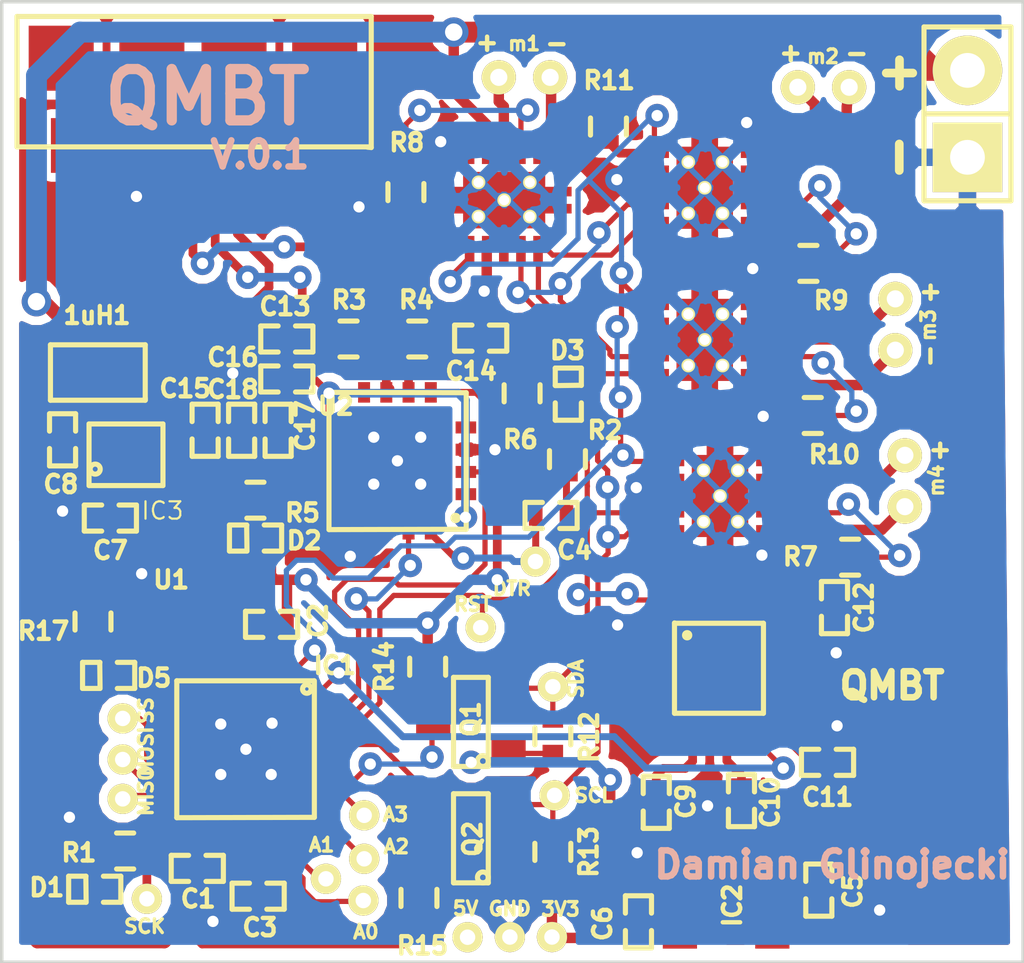
<source format=kicad_pcb>
(kicad_pcb (version 4) (host pcbnew "(2014-12-04 BZR 5312)-product")
  (layers (0 F.Cu signal) (31 B.Cu signal) (34 B.Paste user) (35 F.Paste user hide) (36 B.SilkS user) (37 F.SilkS user) (38 B.Mask user) (39 F.Mask user) (44 Edge.Cuts user))
  (net 0 "")
  (net 1 +5V)
  (net 2 GND)
  (net 3 "Net-(C3-Pad1)")
  (net 4 DTR)
  (net 5 RESET)
  (net 6 VIN)
  (net 7 +3.3V)
  (net 8 "Net-(C10-Pad1)")
  (net 9 "Net-(C12-Pad1)")
  (net 10 "Net-(C13-Pad1)")
  (net 11 "Net-(C14-Pad1)")
  (net 12 /FTDI/decap)
  (net 13 "Net-(D1-Pad1)")
  (net 14 "Net-(D2-Pad2)")
  (net 15 "Net-(D3-Pad2)")
  (net 16 D3)
  (net 17 D4)
  (net 18 "Net-(IC1-Pad5)")
  (net 19 "Net-(IC1-Pad6)")
  (net 20 D5)
  (net 21 D6)
  (net 22 D7)
  (net 23 D8)
  (net 24 D9)
  (net 25 D10)
  (net 26 MOSI)
  (net 27 MISO)
  (net 28 SCK)
  (net 29 A0)
  (net 30 A1)
  (net 31 A2)
  (net 32 A3)
  (net 33 H_SDA)
  (net 34 H_SCL)
  (net 35 RXI)
  (net 36 TXD)
  (net 37 SDA)
  (net 38 SCL)
  (net 39 "Net-(R3-Pad1)")
  (net 40 "Net-(R4-Pad1)")
  (net 41 "Net-(R5-Pad2)")
  (net 42 "Net-(R6-Pad2)")
  (net 43 "Net-(R7-Pad2)")
  (net 44 "Net-(R8-Pad2)")
  (net 45 "Net-(R9-Pad2)")
  (net 46 "Net-(R10-Pad2)")
  (net 47 "Net-(IC2-Pad4)")
  (net 48 "Net-(1uH1-Pad1)")
  (net 49 "Net-(IC4-Pad19)")
  (net 50 "Net-(IC4-Pad21)")
  (net 51 "Net-(IC4-Pad22)")
  (net 52 "Net-(IC4-Pad2)")
  (net 53 "Net-(IC4-Pad3)")
  (net 54 "Net-(IC4-Pad4)")
  (net 55 "Net-(IC4-Pad5)")
  (net 56 "Net-(IC4-Pad6)")
  (net 57 "Net-(IC4-Pad7)")
  (net 58 "Net-(IC4-Pad17)")
  (net 59 "Net-(IC4-Pad16)")
  (net 60 "Net-(IC4-Pad15)")
  (net 61 "Net-(IC4-Pad14)")
  (net 62 FSYNC)
  (net 63 /MotorIC/out1-m3)
  (net 64 /MotorIC/out2-m3)
  (net 65 /MotorIC/out1-m1)
  (net 66 /MotorIC/out2-m1)
  (net 67 /MotorIC/out1-m4)
  (net 68 /MotorIC/out2-m4)
  (net 69 /MotorIC/out1-m2)
  (net 70 /MotorIC/out2-m2)
  (net 71 "Net-(U4-Pad8)")
  (net 72 "Net-(U5-Pad7)")
  (net 73 "Net-(U6-Pad7)")
  (net 74 "Net-(U6-Pad8)")
  (net 75 "Net-(U2-Pad14)")
  (net 76 "Net-(U2-Pad12)")
  (net 77 "Net-(U2-Pad4)")
  (net 78 "Net-(D5-Pad2)")
  (net 79 "Net-(CON1-Pad9)")
  (net 80 "Net-(CON1-Pad8)")
  (net 81 "Net-(CON1-Pad7)")
  (net 82 "Net-(CON1-Pad6)")
  (net 83 "Net-(CON1-Pad4)")
  (net 84 D2)
  (module footprints:ceramic_resonator_smd (layer F.Cu) (at 55.0926 43.1038 180)
    (fp_text reference U1 (at 0.9906 1.1938 180) (layer F.SilkS) (effects (font (size 0.508 0.508) (thickness 0.127))))
    (fp_text value ceramic_resonator hide)
    (pad 1 smd rect (at 0 0 180) (size 0.7 1.2) (layers F.Cu F.Paste F.Mask) (net 18 "Net-(IC1-Pad5)") (clearance 0.2032))
    (pad 3 smd rect (at 0.95 0 180) (size 0.55 1.2) (layers F.Cu F.Paste F.Mask) (net 2 GND) (clearance 0.2032))
    (pad 2 smd rect (at 1.9 0.01 180) (size 0.7 1.2) (layers F.Cu F.Paste F.Mask) (net 19 "Net-(IC1-Pad6)") (clearance 0.2032))
  )
  (module SMD_Packages:SMD-0402_c (layer F.Cu) (at 54.864 50.3428)
    (fp_text reference C1 (at 0.0254 0.889) (layer F.SilkS) (effects (font (size 0.508 0.508) (thickness 0.127))))
    (fp_text value 0.1uF hide)
    (pad 1 smd rect (at -0.44958 0) (size 0.39878 0.59944) (layers F.Cu F.Paste F.Mask) (net 1 +5V))
    (pad 2 smd rect (at 0.44958 0) (size 0.39878 0.59944) (layers F.Cu F.Paste F.Mask) (net 2 GND))
  )
  (module SMD_Packages:SMD-0402_c (layer F.Cu) (at 57.0346 43.2118 180)
    (fp_text reference C2 (at -1.36 0.108 450) (layer F.SilkS) (effects (font (size 0.508 0.508) (thickness 0.127))))
    (fp_text value 0.1uF hide)
    (pad 1 smd rect (at -0.44958 0 180) (size 0.39878 0.59944) (layers F.Cu F.Paste F.Mask) (net 1 +5V))
    (pad 2 smd rect (at 0.44958 0 180) (size 0.39878 0.59944) (layers F.Cu F.Paste F.Mask) (net 2 GND))
  )
  (module SMD_Packages:SMD-0402_c (layer F.Cu) (at 56.642 51.1556)
    (fp_text reference C3 (at 0.0508 0.9144) (layer F.SilkS) (effects (font (size 0.508 0.508) (thickness 0.127))))
    (fp_text value 0.1uF hide)
    (pad 1 smd rect (at -0.44958 0) (size 0.39878 0.59944) (layers F.Cu F.Paste F.Mask) (net 3 "Net-(C3-Pad1)"))
    (pad 2 smd rect (at 0.44958 0) (size 0.39878 0.59944) (layers F.Cu F.Paste F.Mask) (net 2 GND))
  )
  (module SMD_Packages:SMD-0402_c (layer F.Cu) (at 65.2018 40.0304)
    (fp_text reference C4 (at 0.6858 1.016) (layer F.SilkS) (effects (font (size 0.508 0.508) (thickness 0.127))))
    (fp_text value 0.1uF hide)
    (pad 1 smd rect (at -0.44958 0) (size 0.39878 0.59944) (layers F.Cu F.Paste F.Mask) (net 4 DTR))
    (pad 2 smd rect (at 0.44958 0) (size 0.39878 0.59944) (layers F.Cu F.Paste F.Mask) (net 5 RESET) (clearance 0.2032))
  )
  (module SMD_Packages:SMD-0402_c (layer F.Cu) (at 73.025 50.9778 270)
    (fp_text reference C5 (at 0.0254 -0.9906 270) (layer F.SilkS) (effects (font (size 0.508 0.508) (thickness 0.127))))
    (fp_text value 1uF hide)
    (pad 1 smd rect (at -0.44958 0 270) (size 0.39878 0.59944) (layers F.Cu F.Paste F.Mask) (net 6 VIN))
    (pad 2 smd rect (at 0.44958 0 270) (size 0.39878 0.59944) (layers F.Cu F.Paste F.Mask) (net 2 GND))
  )
  (module SMD_Packages:SMD-0402_c (layer F.Cu) (at 67.7545 51.9049 90)
    (fp_text reference C6 (at -0.05 -1.05 90) (layer F.SilkS) (effects (font (size 0.508 0.508) (thickness 0.127))))
    (fp_text value 2.2uF hide)
    (pad 1 smd rect (at -0.44958 0 90) (size 0.39878 0.59944) (layers F.Cu F.Paste F.Mask) (net 7 +3.3V))
    (pad 2 smd rect (at 0.44958 0 90) (size 0.39878 0.59944) (layers F.Cu F.Paste F.Mask) (net 2 GND))
  )
  (module SMD_Packages:SMD-0402_c (layer F.Cu) (at 52.324 40.1066 180)
    (fp_text reference C7 (at -0.0016 -0.944 180) (layer F.SilkS) (effects (font (size 0.508 0.508) (thickness 0.127))))
    (fp_text value 4.7uF hide)
    (pad 1 smd rect (at -0.44958 0 180) (size 0.39878 0.59944) (layers F.Cu F.Paste F.Mask) (net 1 +5V))
    (pad 2 smd rect (at 0.44958 0 180) (size 0.39878 0.59944) (layers F.Cu F.Paste F.Mask) (net 2 GND))
  )
  (module SMD_Packages:SMD-0402_c (layer F.Cu) (at 50.927 37.8206 270)
    (fp_text reference C8 (at 1.3 0.05 360) (layer F.SilkS) (effects (font (size 0.508 0.508) (thickness 0.127))))
    (fp_text value 2.2uF hide)
    (pad 1 smd rect (at -0.44958 0 270) (size 0.39878 0.59944) (layers F.Cu F.Paste F.Mask) (net 6 VIN))
    (pad 2 smd rect (at 0.44958 0 270) (size 0.39878 0.59944) (layers F.Cu F.Paste F.Mask) (net 2 GND))
  )
  (module SMD_Packages:SMD-0402_c (layer F.Cu) (at 68.2752 48.4124 270)
    (fp_text reference C9 (at -0.0254 -0.8636 270) (layer F.SilkS) (effects (font (size 0.508 0.508) (thickness 0.127))))
    (fp_text value 10nF hide)
    (pad 1 smd rect (at -0.44958 0 270) (size 0.39878 0.59944) (layers F.Cu F.Paste F.Mask) (net 7 +3.3V))
    (pad 2 smd rect (at 0.44958 0 270) (size 0.39878 0.59944) (layers F.Cu F.Paste F.Mask) (net 2 GND))
  )
  (module SMD_Packages:SMD-0402_c (layer F.Cu) (at 70.7644 48.3616 270)
    (fp_text reference C10 (at 0.0508 -0.8382 450) (layer F.SilkS) (effects (font (size 0.508 0.508) (thickness 0.127))))
    (fp_text value 0.1uF hide)
    (pad 1 smd rect (at -0.44958 0 270) (size 0.39878 0.59944) (layers F.Cu F.Paste F.Mask) (net 8 "Net-(C10-Pad1)"))
    (pad 2 smd rect (at 0.44958 0 270) (size 0.39878 0.59944) (layers F.Cu F.Paste F.Mask) (net 2 GND))
  )
  (module SMD_Packages:SMD-0402_c (layer F.Cu) (at 73.279 47.244)
    (fp_text reference C11 (at 0 1.016) (layer F.SilkS) (effects (font (size 0.508 0.508) (thickness 0.127))))
    (fp_text value 0.1uF hide)
    (pad 1 smd rect (at -0.44958 0) (size 0.39878 0.59944) (layers F.Cu F.Paste F.Mask) (net 7 +3.3V))
    (pad 2 smd rect (at 0.44958 0) (size 0.39878 0.59944) (layers F.Cu F.Paste F.Mask) (net 2 GND) (clearance 0.1778))
  )
  (module SMD_Packages:SMD-0402_c (layer F.Cu) (at 73.4822 42.7228 270)
    (fp_text reference C12 (at 0 -0.8636 270) (layer F.SilkS) (effects (font (size 0.508 0.508) (thickness 0.127))))
    (fp_text value 2.2nF hide)
    (pad 1 smd rect (at -0.44958 0 270) (size 0.39878 0.59944) (layers F.Cu F.Paste F.Mask) (net 9 "Net-(C12-Pad1)"))
    (pad 2 smd rect (at 0.44958 0 270) (size 0.39878 0.59944) (layers F.Cu F.Paste F.Mask) (net 2 GND))
  )
  (module SMD_Packages:SMD-0402_c (layer F.Cu) (at 57.4802 34.8742 180)
    (fp_text reference C13 (at 0.05 0.95 180) (layer F.SilkS) (effects (font (size 0.508 0.508) (thickness 0.127))))
    (fp_text value 47pf hide)
    (pad 1 smd rect (at -0.44958 0 180) (size 0.39878 0.59944) (layers F.Cu F.Paste F.Mask) (net 10 "Net-(C13-Pad1)"))
    (pad 2 smd rect (at 0.44958 0 180) (size 0.39878 0.59944) (layers F.Cu F.Paste F.Mask) (net 2 GND))
  )
  (module SMD_Packages:SMD-0402_c (layer F.Cu) (at 63.1444 34.8488)
    (fp_text reference C14 (at -0.2794 0.9652) (layer F.SilkS) (effects (font (size 0.508 0.508) (thickness 0.127))))
    (fp_text value 47pf hide)
    (pad 1 smd rect (at -0.44958 0) (size 0.39878 0.59944) (layers F.Cu F.Paste F.Mask) (net 11 "Net-(C14-Pad1)"))
    (pad 2 smd rect (at 0.44958 0) (size 0.39878 0.59944) (layers F.Cu F.Paste F.Mask) (net 2 GND))
  )
  (module SMD_Packages:SMD-0402_c (layer F.Cu) (at 55.0926 37.5412 90)
    (fp_text reference C15 (at 1.2192 -0.5842 180) (layer F.SilkS) (effects (font (size 0.508 0.508) (thickness 0.127))))
    (fp_text value 10nF hide)
    (pad 1 smd rect (at -0.44958 0 90) (size 0.39878 0.59944) (layers F.Cu F.Paste F.Mask) (net 1 +5V))
    (pad 2 smd rect (at 0.44958 0 90) (size 0.39878 0.59944) (layers F.Cu F.Paste F.Mask) (net 2 GND))
  )
  (module SMD_Packages:SMD-0402_c (layer F.Cu) (at 57.4802 36.0426 180)
    (fp_text reference C16 (at 1.5748 0.635 360) (layer F.SilkS) (effects (font (size 0.508 0.508) (thickness 0.127))))
    (fp_text value 0.1uF hide)
    (pad 1 smd rect (at -0.44958 0 180) (size 0.39878 0.59944) (layers F.Cu F.Paste F.Mask) (net 12 /FTDI/decap))
    (pad 2 smd rect (at 0.44958 0 180) (size 0.39878 0.59944) (layers F.Cu F.Paste F.Mask) (net 2 GND))
  )
  (module SMD_Packages:SMD-0402_c (layer F.Cu) (at 57.2262 37.5412 90)
    (fp_text reference C17 (at 0.127 0.7874 270) (layer F.SilkS) (effects (font (size 0.508 0.508) (thickness 0.127))))
    (fp_text value C hide)
    (pad 1 smd rect (at -0.44958 0 90) (size 0.39878 0.59944) (layers F.Cu F.Paste F.Mask) (net 1 +5V))
    (pad 2 smd rect (at 0.44958 0 90) (size 0.39878 0.59944) (layers F.Cu F.Paste F.Mask) (net 2 GND))
  )
  (module SMD_Packages:SMD-0402_c (layer F.Cu) (at 56.1594 37.5412 90)
    (fp_text reference C18 (at 1.1938 -0.254 180) (layer F.SilkS) (effects (font (size 0.508 0.508) (thickness 0.127))))
    (fp_text value C hide)
    (pad 1 smd rect (at -0.44958 0 90) (size 0.39878 0.59944) (layers F.Cu F.Paste F.Mask) (net 1 +5V))
    (pad 2 smd rect (at 0.44958 0 90) (size 0.39878 0.59944) (layers F.Cu F.Paste F.Mask) (net 2 GND))
  )
  (module footprints:SMD-0402_LED (layer F.Cu) (at 51.8668 50.9524 180)
    (fp_text reference D1 (at 1.4 0.05 180) (layer F.SilkS) (effects (font (size 0.508 0.508) (thickness 0.127))))
    (fp_text value LED hide)
    (pad 1 smd rect (at -0.44958 0 180) (size 0.39878 0.59944) (layers F.Cu F.Paste F.Mask) (net 13 "Net-(D1-Pad1)"))
    (pad 2 smd rect (at 0.44958 0 180) (size 0.39878 0.59944) (layers F.Cu F.Paste F.Mask) (net 2 GND))
  )
  (module footprints:SMD-0402_LED (layer F.Cu) (at 56.5658 40.6908 180)
    (fp_text reference D2 (at -1.4224 -0.0762 180) (layer F.SilkS) (effects (font (size 0.508 0.508) (thickness 0.127))))
    (fp_text value RX hide)
    (pad 1 smd rect (at -0.44958 0 180) (size 0.39878 0.59944) (layers F.Cu F.Paste F.Mask) (net 1 +5V))
    (pad 2 smd rect (at 0.44958 0 180) (size 0.39878 0.59944) (layers F.Cu F.Paste F.Mask) (net 14 "Net-(D2-Pad2)"))
  )
  (module footprints:SMD-0402_LED (layer F.Cu) (at 65.7048 36.486 90)
    (fp_text reference D3 (at 1.275 -0.025 180) (layer F.SilkS) (effects (font (size 0.508 0.508) (thickness 0.127))))
    (fp_text value TX hide)
    (pad 1 smd rect (at -0.44958 0 90) (size 0.39878 0.59944) (layers F.Cu F.Paste F.Mask) (net 1 +5V))
    (pad 2 smd rect (at 0.44958 0 90) (size 0.39878 0.59944) (layers F.Cu F.Paste F.Mask) (net 15 "Net-(D3-Pad2)"))
  )
  (module SMD_Packages:SOT-23 (layer F.Cu) (at 62.8586 46.0314 90)
    (fp_text reference Q1 (at 0.05 0 90) (layer F.SilkS) (effects (font (size 0.508 0.508) (thickness 0.127))))
    (fp_text value BSS138 hide)
    (pad 3 smd rect (at 0 -1.09982 90) (size 0.8001 1.00076) (layers F.Cu F.Paste F.Mask) (net 33 H_SDA))
    (pad 2 smd rect (at 0.9525 1.09982 90) (size 0.8001 1.00076) (layers F.Cu F.Paste F.Mask) (net 37 SDA))
    (pad 1 smd rect (at -0.9525 1.09982 90) (size 0.8001 1.00076) (layers F.Cu F.Paste F.Mask) (net 7 +3.3V))
  )
  (module SMD_Packages:SOT-23 (layer F.Cu) (at 62.8586 49.4314 90)
    (fp_text reference Q2 (at -0.05 0.05 270) (layer F.SilkS) (effects (font (size 0.508 0.508) (thickness 0.127))))
    (fp_text value BSS138 hide)
    (pad 3 smd rect (at 0 -1.09982 90) (size 0.8001 1.00076) (layers F.Cu F.Paste F.Mask) (net 34 H_SCL))
    (pad 2 smd rect (at 0.9525 1.09982 90) (size 0.8001 1.00076) (layers F.Cu F.Paste F.Mask) (net 38 SCL))
    (pad 1 smd rect (at -0.9525 1.09982 90) (size 0.8001 1.00076) (layers F.Cu F.Paste F.Mask) (net 7 +3.3V))
  )
  (module Resistors_SMD:R_0402 (layer F.Cu) (at 52.7558 49.8348)
    (fp_text reference R1 (at -1.35 0.05) (layer F.SilkS) (effects (font (size 0.508 0.508) (thickness 0.127))))
    (fp_text value 1K hide)
    (pad 1 smd rect (at -0.45 0) (size 0.4 0.6) (layers F.Cu F.Paste F.Mask) (net 13 "Net-(D1-Pad1)"))
    (pad 2 smd rect (at 0.45 0) (size 0.4 0.6) (layers F.Cu F.Paste F.Mask) (net 28 SCK))
  )
  (module Resistors_SMD:R_0402 (layer F.Cu) (at 65.6798 38.386 270)
    (fp_text reference R2 (at -0.8448 -1.0968 360) (layer F.SilkS) (effects (font (size 0.508 0.508) (thickness 0.127))))
    (fp_text value 10K hide)
    (pad 1 smd rect (at -0.45 0 270) (size 0.4 0.6) (layers F.Cu F.Paste F.Mask) (net 1 +5V))
    (pad 2 smd rect (at 0.45 0 270) (size 0.4 0.6) (layers F.Cu F.Paste F.Mask) (net 5 RESET) (clearance 0.2032))
  )
  (module Resistors_SMD:R_0402 (layer F.Cu) (at 59.2836 34.8742 180)
    (fp_text reference R3 (at -0.0138 1.1402 360) (layer F.SilkS) (effects (font (size 0.508 0.508) (thickness 0.127))))
    (fp_text value 27ohm hide)
    (pad 1 smd rect (at -0.45 0 180) (size 0.4 0.6) (layers F.Cu F.Paste F.Mask) (net 39 "Net-(R3-Pad1)"))
    (pad 2 smd rect (at 0.45 0 180) (size 0.4 0.6) (layers F.Cu F.Paste F.Mask) (net 10 "Net-(C13-Pad1)"))
  )
  (module Resistors_SMD:R_0402 (layer F.Cu) (at 61.2902 34.8742)
    (fp_text reference R4 (at -0.0254 -1.143 180) (layer F.SilkS) (effects (font (size 0.508 0.508) (thickness 0.127))))
    (fp_text value 27ohm hide)
    (pad 1 smd rect (at -0.45 0) (size 0.4 0.6) (layers F.Cu F.Paste F.Mask) (net 40 "Net-(R4-Pad1)"))
    (pad 2 smd rect (at 0.45 0) (size 0.4 0.6) (layers F.Cu F.Paste F.Mask) (net 11 "Net-(C14-Pad1)"))
  )
  (module Resistors_SMD:R_0402 (layer F.Cu) (at 56.562 39.584)
    (fp_text reference R5 (at 1.3754 0.3702) (layer F.SilkS) (effects (font (size 0.508 0.508) (thickness 0.127))))
    (fp_text value 270ohm hide)
    (pad 1 smd rect (at -0.45 0) (size 0.4 0.6) (layers F.Cu F.Paste F.Mask) (net 14 "Net-(D2-Pad2)"))
    (pad 2 smd rect (at 0.45 0) (size 0.4 0.6) (layers F.Cu F.Paste F.Mask) (net 41 "Net-(R5-Pad2)"))
  )
  (module Resistors_SMD:R_0402 (layer F.Cu) (at 64.3548 36.461 270)
    (fp_text reference R6 (at 1.35 0.05 360) (layer F.SilkS) (effects (font (size 0.508 0.508) (thickness 0.127))))
    (fp_text value 270ohm hide)
    (pad 1 smd rect (at -0.45 0 270) (size 0.4 0.6) (layers F.Cu F.Paste F.Mask) (net 15 "Net-(D3-Pad2)"))
    (pad 2 smd rect (at 0.45 0 270) (size 0.4 0.6) (layers F.Cu F.Paste F.Mask) (net 42 "Net-(R6-Pad2)"))
  )
  (module Resistors_SMD:R_0402 (layer F.Cu) (at 73.9394 41.2496)
    (fp_text reference R7 (at -1.45288 -0.0127) (layer F.SilkS) (effects (font (size 0.508 0.508) (thickness 0.127))))
    (fp_text value 0.22ohm hide)
    (pad 1 smd rect (at -0.45 0) (size 0.4 0.6) (layers F.Cu F.Paste F.Mask) (net 2 GND))
    (pad 2 smd rect (at 0.45 0) (size 0.4 0.6) (layers F.Cu F.Paste F.Mask) (net 43 "Net-(R7-Pad2)"))
  )
  (module Resistors_SMD:R_0402 (layer F.Cu) (at 60.96 30.5816 90)
    (fp_text reference R8 (at 1.4478 0.0254 180) (layer F.SilkS) (effects (font (size 0.508 0.508) (thickness 0.127))))
    (fp_text value 0.22ohm hide)
    (pad 1 smd rect (at -0.45 0 90) (size 0.4 0.6) (layers F.Cu F.Paste F.Mask) (net 2 GND))
    (pad 2 smd rect (at 0.45 0 90) (size 0.4 0.6) (layers F.Cu F.Paste F.Mask) (net 44 "Net-(R8-Pad2)"))
  )
  (module Resistors_SMD:R_0402 (layer F.Cu) (at 72.7202 32.6644)
    (fp_text reference R9 (at 0.66802 1.08712) (layer F.SilkS) (effects (font (size 0.508 0.508) (thickness 0.127))))
    (fp_text value 0.22ohm hide)
    (pad 1 smd rect (at -0.45 0) (size 0.4 0.6) (layers F.Cu F.Paste F.Mask) (net 2 GND))
    (pad 2 smd rect (at 0.45 0) (size 0.4 0.6) (layers F.Cu F.Paste F.Mask) (net 45 "Net-(R9-Pad2)"))
  )
  (module Resistors_SMD:R_0402 (layer F.Cu) (at 72.8472 37.1094)
    (fp_text reference R10 (at 0.635 1.143 180) (layer F.SilkS) (effects (font (size 0.508 0.508) (thickness 0.127))))
    (fp_text value 0.22ohm hide)
    (pad 1 smd rect (at -0.45 0) (size 0.4 0.6) (layers F.Cu F.Paste F.Mask) (net 2 GND))
    (pad 2 smd rect (at 0.45 0) (size 0.4 0.6) (layers F.Cu F.Paste F.Mask) (net 46 "Net-(R10-Pad2)"))
  )
  (module Resistors_SMD:R_0402 (layer F.Cu) (at 66.8782 28.66644 270)
    (fp_text reference R11 (at -1.3462 -0.02032 360) (layer F.SilkS) (effects (font (size 0.508 0.508) (thickness 0.127))))
    (fp_text value 10Kohm hide)
    (pad 1 smd rect (at -0.45 0 270) (size 0.4 0.6) (layers F.Cu F.Paste F.Mask) (net 6 VIN))
    (pad 2 smd rect (at 0.45 0 270) (size 0.4 0.6) (layers F.Cu F.Paste F.Mask) (net 16 D3))
  )
  (module Resistors_SMD:R_0402 (layer F.Cu) (at 65.2526 46.482 90)
    (fp_text reference R12 (at -0.0254 1.0668 90) (layer F.SilkS) (effects (font (size 0.508 0.508) (thickness 0.127))))
    (fp_text value 1K hide)
    (pad 1 smd rect (at -0.45 0 90) (size 0.4 0.6) (layers F.Cu F.Paste F.Mask) (net 7 +3.3V))
    (pad 2 smd rect (at 0.45 0 90) (size 0.4 0.6) (layers F.Cu F.Paste F.Mask) (net 37 SDA))
  )
  (module Resistors_SMD:R_0402 (layer F.Cu) (at 65.2526 49.8602 90)
    (fp_text reference R13 (at 0 1.05 270) (layer F.SilkS) (effects (font (size 0.508 0.508) (thickness 0.127))))
    (fp_text value 1K hide)
    (pad 1 smd rect (at -0.45 0 90) (size 0.4 0.6) (layers F.Cu F.Paste F.Mask) (net 7 +3.3V))
    (pad 2 smd rect (at 0.45 0 90) (size 0.4 0.6) (layers F.Cu F.Paste F.Mask) (net 38 SCL))
  )
  (module Resistors_SMD:R_0402 (layer F.Cu) (at 61.595 44.45 270)
    (fp_text reference R14 (at 0 1.27 270) (layer F.SilkS) (effects (font (size 0.508 0.508) (thickness 0.127))))
    (fp_text value 1K hide)
    (pad 1 smd rect (at -0.45 0 270) (size 0.4 0.6) (layers F.Cu F.Paste F.Mask) (net 1 +5V))
    (pad 2 smd rect (at 0.45 0 270) (size 0.4 0.6) (layers F.Cu F.Paste F.Mask) (net 33 H_SDA))
  )
  (module Resistors_SMD:R_0402 (layer F.Cu) (at 61.341 51.2064 90)
    (fp_text reference R15 (at -1.397 0.1016 180) (layer F.SilkS) (effects (font (size 0.508 0.508) (thickness 0.127))))
    (fp_text value 1K hide)
    (pad 1 smd rect (at -0.45 0 90) (size 0.4 0.6) (layers F.Cu F.Paste F.Mask) (net 1 +5V))
    (pad 2 smd rect (at 0.45 0 90) (size 0.4 0.6) (layers F.Cu F.Paste F.Mask) (net 34 H_SCL))
  )
  (module footprints:Sot-23-5 (layer F.Cu) (at 71.6661 52.4129 90)
    (fp_text reference IC2 (at 0.9906 -1.1684 90) (layer F.SilkS) (effects (font (size 0.508 0.508) (thickness 0.127))))
    (fp_text value "MCP1802_(Vreg)" hide)
    (pad 1 smd rect (at 0 0 90) (size 0.55 1) (layers F.Cu F.Paste F.Mask) (net 6 VIN))
    (pad 2 smd rect (at 0.95 0 90) (size 0.55 1) (layers F.Cu F.Paste F.Mask) (net 2 GND))
    (pad 3 smd rect (at 1.9 0 90) (size 0.55 1) (layers F.Cu F.Paste F.Mask) (net 6 VIN))
    (pad 4 smd rect (at 1.9 -2.7 90) (size 0.55 1) (layers F.Cu F.Paste F.Mask) (net 47 "Net-(IC2-Pad4)"))
    (pad 5 smd rect (at 0 -2.7 90) (size 0.55 1) (layers F.Cu F.Paste F.Mask) (net 7 +3.3V))
  )
  (module footprints:FAN4860 (layer F.Cu) (at 52.1208 39.1668)
    (fp_text reference IC3 (at 1.7256 0.7256) (layer F.SilkS) (effects (font (size 0.508 0.508) (thickness 0.0635))))
    (fp_text value Booster_5V hide)
    (pad 1 smd rect (at 0 0) (size 0.35 0.5) (layers F.Cu F.Paste F.Mask) (net 2 GND))
    (pad 2 smd rect (at 0.65 0) (size 0.35 0.5) (layers F.Cu F.Paste F.Mask) (net 1 +5V))
    (pad 3 smd rect (at 1.3 0) (size 0.35 0.5) (layers F.Cu F.Paste F.Mask) (net 1 +5V))
    (pad 4 smd rect (at 1.3 -1.8) (size 0.35 0.5) (layers F.Cu F.Paste F.Mask) (net 6 VIN))
    (pad 5 smd rect (at 0.65 -1.8) (size 0.35 0.5) (layers F.Cu F.Paste F.Mask) (net 48 "Net-(1uH1-Pad1)"))
    (pad 6 smd rect (at 0 -1.8) (size 0.35 0.5) (layers F.Cu F.Paste F.Mask) (net 6 VIN))
    (pad 7 smd rect (at 0.65 -0.9) (size 1.45 0.8) (layers F.Cu F.Paste F.Mask) (net 2 GND))
  )
  (module footprints:MPU6050 (layer F.Cu) (at 68.0974 43.2308)
    (fp_text reference IC4 hide)
    (fp_text value MPU6050 hide)
    (pad 19 smd rect (at 3.24 -0.73) (size 0.35 0.85) (layers F.Cu F.Paste F.Mask) (net 49 "Net-(IC4-Pad19)"))
    (pad 20 smd rect (at 2.74 -0.73) (size 0.35 0.85) (layers F.Cu F.Paste F.Mask) (net 9 "Net-(C12-Pad1)"))
    (pad 21 smd rect (at 2.24 -0.73) (size 0.35 0.85) (layers F.Cu F.Paste F.Mask) (net 50 "Net-(IC4-Pad21)"))
    (pad 22 smd rect (at 1.74 -0.73) (size 0.35 0.85) (layers F.Cu F.Paste F.Mask) (net 51 "Net-(IC4-Pad22)"))
    (pad 23 smd rect (at 1.24 -0.73) (size 0.35 0.85) (layers F.Cu F.Paste F.Mask) (net 38 SCL))
    (pad 24 smd rect (at 0.74 -0.73) (size 0.35 0.85) (layers F.Cu F.Paste F.Mask) (net 37 SDA))
    (pad 1 smd rect (at 0 0) (size 0.8 0.35) (layers F.Cu F.Paste F.Mask) (net 2 GND))
    (pad 2 smd rect (at 0 0.5) (size 0.8 0.35) (layers F.Cu F.Paste F.Mask) (net 52 "Net-(IC4-Pad2)"))
    (pad 3 smd rect (at 0 1) (size 0.8 0.35) (layers F.Cu F.Paste F.Mask) (net 53 "Net-(IC4-Pad3)"))
    (pad 4 smd rect (at 0 1.5) (size 0.8 0.35) (layers F.Cu F.Paste F.Mask) (net 54 "Net-(IC4-Pad4)"))
    (pad 5 smd rect (at 0 2) (size 0.8 0.35) (layers F.Cu F.Paste F.Mask) (net 55 "Net-(IC4-Pad5)"))
    (pad 6 smd rect (at 0 2.5) (size 0.8 0.35) (layers F.Cu F.Paste F.Mask) (net 56 "Net-(IC4-Pad6)"))
    (pad 7 smd rect (at 0.74 3.3) (size 0.35 0.85) (layers F.Cu F.Paste F.Mask) (net 57 "Net-(IC4-Pad7)"))
    (pad 18 smd rect (at 4 0) (size 0.8 0.35) (layers F.Cu F.Paste F.Mask) (net 2 GND))
    (pad 17 smd rect (at 4 0.5) (size 0.8 0.35) (layers F.Cu F.Paste F.Mask) (net 58 "Net-(IC4-Pad17)"))
    (pad 16 smd rect (at 4 1) (size 0.8 0.35) (layers F.Cu F.Paste F.Mask) (net 59 "Net-(IC4-Pad16)"))
    (pad 15 smd rect (at 4 1.5) (size 0.8 0.35) (layers F.Cu F.Paste F.Mask) (net 60 "Net-(IC4-Pad15)"))
    (pad 14 smd rect (at 4 2) (size 0.8 0.35) (layers F.Cu F.Paste F.Mask) (net 61 "Net-(IC4-Pad14)"))
    (pad 13 smd rect (at 4 2.5) (size 0.8 0.35) (layers F.Cu F.Paste F.Mask) (net 7 +3.3V))
    (pad 8 smd rect (at 1.24 3.3) (size 0.35 0.85) (layers F.Cu F.Paste F.Mask) (net 7 +3.3V))
    (pad 9 smd rect (at 1.74 3.3) (size 0.35 0.85) (layers F.Cu F.Paste F.Mask) (net 2 GND))
    (pad 10 smd rect (at 2.24 3.3) (size 0.35 0.85) (layers F.Cu F.Paste F.Mask) (net 8 "Net-(C10-Pad1)"))
    (pad 11 smd rect (at 2.74 3.3) (size 0.35 0.85) (layers F.Cu F.Paste F.Mask) (net 62 FSYNC))
    (pad 12 smd rect (at 3.24 3.3) (size 0.35 0.85) (layers F.Cu F.Paste F.Mask) (net 84 D2))
  )
  (module footprints:DRV8830 (layer F.Cu) (at 71.61784 40.45204 90)
    (fp_text reference U3 hide)
    (fp_text value DRV8830 hide)
    (pad 11 smd rect (at -0.58 -1.23 90) (size 0.8 0.28) (layers F.Cu F.Paste F.Mask) (net 2 GND))
    (pad 11 smd rect (at -0.58 -1.73 90) (size 0.8 0.28) (layers F.Cu F.Paste F.Mask) (net 2 GND))
    (pad 1 smd rect (at 0 0 90) (size 0.28 0.85) (layers F.Cu F.Paste F.Mask) (net 66 /MotorIC/out2-m1))
    (pad 2 smd rect (at 0.5 0 90) (size 0.28 0.85) (layers F.Cu F.Paste F.Mask) (net 43 "Net-(R7-Pad2)"))
    (pad 3 smd rect (at 1 0 90) (size 0.28 0.85) (layers F.Cu F.Paste F.Mask) (net 65 /MotorIC/out1-m1))
    (pad 4 smd rect (at 1.5 0 90) (size 0.28 0.85) (layers F.Cu F.Paste F.Mask) (net 6 VIN))
    (pad 5 smd rect (at 2 0 90) (size 0.28 0.85) (layers F.Cu F.Paste F.Mask) (net 2 GND))
    (pad 6 smd rect (at 2 -2.95 90) (size 0.28 0.85) (layers F.Cu F.Paste F.Mask) (net 16 D3))
    (pad 7 smd rect (at 1.5 -2.95 90) (size 0.28 0.85) (layers F.Cu F.Paste F.Mask) (net 2 GND))
    (pad 8 smd rect (at 1 -2.95 90) (size 0.28 0.85) (layers F.Cu F.Paste F.Mask) (net 2 GND))
    (pad 9 smd rect (at 0.5 -2.95 90) (size 0.28 0.85) (layers F.Cu F.Paste F.Mask) (net 37 SDA))
    (pad 10 smd rect (at 0 -2.95 90) (size 0.28 0.85) (layers F.Cu F.Paste F.Mask) (net 38 SCL))
    (pad 11 smd rect (at 0.99 -1.48 90) (size 2.4 1.65) (layers F.Cu F.Paste F.Mask) (net 2 GND))
    (pad 11 smd rect (at 2.55 -1.73 90) (size 0.8 0.28) (layers F.Cu F.Paste F.Mask) (net 2 GND))
    (pad 11 smd rect (at 2.55 -1.23 90) (size 0.8 0.28) (layers F.Cu F.Paste F.Mask) (net 2 GND))
    (pad 11 thru_hole circle (at 0.24 -1.96 90) (size 0.4 0.4) (drill 0.3) (layers *.Cu *.Mask F.SilkS) (net 2 GND))
    (pad 11 thru_hole circle (at 1.74 -1.96 90) (size 0.4 0.4) (drill 0.3) (layers *.Cu *.Mask F.SilkS) (net 2 GND))
    (pad 11 thru_hole circle (at 0.24 -0.96 90) (size 0.4 0.4) (drill 0.3) (layers *.Cu *.Mask F.SilkS) (net 2 GND))
    (pad 11 thru_hole circle (at 1.74 -0.96 90) (size 0.4 0.4) (drill 0.3) (layers *.Cu *.Mask F.SilkS) (net 2 GND))
    (pad 11 thru_hole circle (at 0.99 -1.48 90) (size 0.4 0.4) (drill 0.3) (layers *.Cu *.Mask F.SilkS) (net 2 GND))
  )
  (module footprints:DRV8830 (layer F.Cu) (at 64.8208 29.337 180)
    (fp_text reference U4 hide)
    (fp_text value DRV8830 hide)
    (pad 11 smd rect (at -0.58 -1.23 180) (size 0.8 0.28) (layers F.Cu F.Paste F.Mask) (net 2 GND))
    (pad 11 smd rect (at -0.58 -1.73 180) (size 0.8 0.28) (layers F.Cu F.Paste F.Mask) (net 2 GND))
    (pad 1 smd rect (at 0 0 180) (size 0.28 0.85) (layers F.Cu F.Paste F.Mask) (net 64 /MotorIC/out2-m3))
    (pad 2 smd rect (at 0.5 0 180) (size 0.28 0.85) (layers F.Cu F.Paste F.Mask) (net 44 "Net-(R8-Pad2)"))
    (pad 3 smd rect (at 1 0 180) (size 0.28 0.85) (layers F.Cu F.Paste F.Mask) (net 63 /MotorIC/out1-m3))
    (pad 4 smd rect (at 1.5 0 180) (size 0.28 0.85) (layers F.Cu F.Paste F.Mask) (net 6 VIN))
    (pad 5 smd rect (at 2 0 180) (size 0.28 0.85) (layers F.Cu F.Paste F.Mask) (net 2 GND))
    (pad 6 smd rect (at 2 -2.95 180) (size 0.28 0.85) (layers F.Cu F.Paste F.Mask) (net 16 D3))
    (pad 7 smd rect (at 1.5 -2.95 180) (size 0.28 0.85) (layers F.Cu F.Paste F.Mask) (net 2 GND))
    (pad 8 smd rect (at 1 -2.95 180) (size 0.28 0.85) (layers F.Cu F.Paste F.Mask) (net 71 "Net-(U4-Pad8)"))
    (pad 9 smd rect (at 0.5 -2.95 180) (size 0.28 0.85) (layers F.Cu F.Paste F.Mask) (net 37 SDA))
    (pad 10 smd rect (at 0 -2.95 180) (size 0.28 0.85) (layers F.Cu F.Paste F.Mask) (net 38 SCL))
    (pad 11 smd rect (at 0.99 -1.48 180) (size 2.4 1.65) (layers F.Cu F.Paste F.Mask) (net 2 GND))
    (pad 11 smd rect (at 2.55 -1.73 180) (size 0.8 0.28) (layers F.Cu F.Paste F.Mask) (net 2 GND))
    (pad 11 smd rect (at 2.55 -1.23 180) (size 0.8 0.28) (layers F.Cu F.Paste F.Mask) (net 2 GND))
    (pad 11 thru_hole circle (at 0.24 -1.96 180) (size 0.4 0.4) (drill 0.3) (layers *.Cu *.Mask F.SilkS) (net 2 GND))
    (pad 11 thru_hole circle (at 1.74 -1.96 180) (size 0.4 0.4) (drill 0.3) (layers *.Cu *.Mask F.SilkS) (net 2 GND))
    (pad 11 thru_hole circle (at 0.24 -0.96 180) (size 0.4 0.4) (drill 0.3) (layers *.Cu *.Mask F.SilkS) (net 2 GND))
    (pad 11 thru_hole circle (at 1.74 -0.96 180) (size 0.4 0.4) (drill 0.3) (layers *.Cu *.Mask F.SilkS) (net 2 GND))
    (pad 11 thru_hole circle (at 0.99 -1.48 180) (size 0.4 0.4) (drill 0.3) (layers *.Cu *.Mask F.SilkS) (net 2 GND))
  )
  (module footprints:DRV8830 (layer F.Cu) (at 71.1708 31.4452 90)
    (fp_text reference U5 hide)
    (fp_text value DRV8830 hide)
    (pad 11 smd rect (at -0.58 -1.23 90) (size 0.8 0.28) (layers F.Cu F.Paste F.Mask) (net 2 GND))
    (pad 11 smd rect (at -0.58 -1.73 90) (size 0.8 0.28) (layers F.Cu F.Paste F.Mask) (net 2 GND))
    (pad 1 smd rect (at 0 0 90) (size 0.28 0.85) (layers F.Cu F.Paste F.Mask) (net 70 /MotorIC/out2-m2))
    (pad 2 smd rect (at 0.5 0 90) (size 0.28 0.85) (layers F.Cu F.Paste F.Mask) (net 45 "Net-(R9-Pad2)"))
    (pad 3 smd rect (at 1 0 90) (size 0.28 0.85) (layers F.Cu F.Paste F.Mask) (net 69 /MotorIC/out1-m2))
    (pad 4 smd rect (at 1.5 0 90) (size 0.28 0.85) (layers F.Cu F.Paste F.Mask) (net 6 VIN))
    (pad 5 smd rect (at 2 0 90) (size 0.28 0.85) (layers F.Cu F.Paste F.Mask) (net 2 GND))
    (pad 6 smd rect (at 2 -2.95 90) (size 0.28 0.85) (layers F.Cu F.Paste F.Mask) (net 16 D3))
    (pad 7 smd rect (at 1.5 -2.95 90) (size 0.28 0.85) (layers F.Cu F.Paste F.Mask) (net 72 "Net-(U5-Pad7)"))
    (pad 8 smd rect (at 1 -2.95 90) (size 0.28 0.85) (layers F.Cu F.Paste F.Mask) (net 2 GND))
    (pad 9 smd rect (at 0.5 -2.95 90) (size 0.28 0.85) (layers F.Cu F.Paste F.Mask) (net 37 SDA))
    (pad 10 smd rect (at 0 -2.95 90) (size 0.28 0.85) (layers F.Cu F.Paste F.Mask) (net 38 SCL))
    (pad 11 smd rect (at 0.99 -1.48 90) (size 2.4 1.65) (layers F.Cu F.Paste F.Mask) (net 2 GND))
    (pad 11 smd rect (at 2.55 -1.73 90) (size 0.8 0.28) (layers F.Cu F.Paste F.Mask) (net 2 GND))
    (pad 11 smd rect (at 2.55 -1.23 90) (size 0.8 0.28) (layers F.Cu F.Paste F.Mask) (net 2 GND))
    (pad 11 thru_hole circle (at 0.24 -1.96 90) (size 0.4 0.4) (drill 0.3) (layers *.Cu *.Mask F.SilkS) (net 2 GND))
    (pad 11 thru_hole circle (at 1.74 -1.96 90) (size 0.4 0.4) (drill 0.3) (layers *.Cu *.Mask F.SilkS) (net 2 GND))
    (pad 11 thru_hole circle (at 0.24 -0.96 90) (size 0.4 0.4) (drill 0.3) (layers *.Cu *.Mask F.SilkS) (net 2 GND))
    (pad 11 thru_hole circle (at 1.74 -0.96 90) (size 0.4 0.4) (drill 0.3) (layers *.Cu *.Mask F.SilkS) (net 2 GND))
    (pad 11 thru_hole circle (at 0.99 -1.48 90) (size 0.4 0.4) (drill 0.3) (layers *.Cu *.Mask F.SilkS) (net 2 GND))
  )
  (module footprints:DRV8830 (layer F.Cu) (at 71.1708 35.8902 90)
    (fp_text reference U6 hide)
    (fp_text value DRV8830 hide)
    (pad 11 smd rect (at -0.58 -1.23 90) (size 0.8 0.28) (layers F.Cu F.Paste F.Mask) (net 2 GND))
    (pad 11 smd rect (at -0.58 -1.73 90) (size 0.8 0.28) (layers F.Cu F.Paste F.Mask) (net 2 GND))
    (pad 1 smd rect (at 0 0 90) (size 0.28 0.85) (layers F.Cu F.Paste F.Mask) (net 68 /MotorIC/out2-m4))
    (pad 2 smd rect (at 0.5 0 90) (size 0.28 0.85) (layers F.Cu F.Paste F.Mask) (net 46 "Net-(R10-Pad2)"))
    (pad 3 smd rect (at 1 0 90) (size 0.28 0.85) (layers F.Cu F.Paste F.Mask) (net 67 /MotorIC/out1-m4))
    (pad 4 smd rect (at 1.5 0 90) (size 0.28 0.85) (layers F.Cu F.Paste F.Mask) (net 6 VIN))
    (pad 5 smd rect (at 2 0 90) (size 0.28 0.85) (layers F.Cu F.Paste F.Mask) (net 2 GND))
    (pad 6 smd rect (at 2 -2.95 90) (size 0.28 0.85) (layers F.Cu F.Paste F.Mask) (net 16 D3))
    (pad 7 smd rect (at 1.5 -2.95 90) (size 0.28 0.85) (layers F.Cu F.Paste F.Mask) (net 73 "Net-(U6-Pad7)"))
    (pad 8 smd rect (at 1 -2.95 90) (size 0.28 0.85) (layers F.Cu F.Paste F.Mask) (net 74 "Net-(U6-Pad8)"))
    (pad 9 smd rect (at 0.5 -2.95 90) (size 0.28 0.85) (layers F.Cu F.Paste F.Mask) (net 37 SDA))
    (pad 10 smd rect (at 0 -2.95 90) (size 0.28 0.85) (layers F.Cu F.Paste F.Mask) (net 38 SCL))
    (pad 11 smd rect (at 0.99 -1.48 90) (size 2.4 1.65) (layers F.Cu F.Paste F.Mask) (net 2 GND))
    (pad 11 smd rect (at 2.55 -1.73 90) (size 0.8 0.28) (layers F.Cu F.Paste F.Mask) (net 2 GND))
    (pad 11 smd rect (at 2.55 -1.23 90) (size 0.8 0.28) (layers F.Cu F.Paste F.Mask) (net 2 GND))
    (pad 11 thru_hole circle (at 0.24 -1.96 90) (size 0.4 0.4) (drill 0.3) (layers *.Cu *.Mask F.SilkS) (net 2 GND))
    (pad 11 thru_hole circle (at 1.74 -1.96 90) (size 0.4 0.4) (drill 0.3) (layers *.Cu *.Mask F.SilkS) (net 2 GND))
    (pad 11 thru_hole circle (at 0.24 -0.96 90) (size 0.4 0.4) (drill 0.3) (layers *.Cu *.Mask F.SilkS) (net 2 GND))
    (pad 11 thru_hole circle (at 1.74 -0.96 90) (size 0.4 0.4) (drill 0.3) (layers *.Cu *.Mask F.SilkS) (net 2 GND))
    (pad 11 thru_hole circle (at 0.99 -1.48 90) (size 0.4 0.4) (drill 0.3) (layers *.Cu *.Mask F.SilkS) (net 2 GND))
  )
  (module "footprints:FT230X-(QFN16-4x4mm)" (layer F.Cu) (at 60.712 38.434 180)
    (fp_text reference U2 (at 1.8 1.6 180) (layer F.SilkS) (effects (font (size 0.508 0.508) (thickness 0.127))))
    (fp_text value FTDI hide)
    (pad 8 smd rect (at 0.975 2 270) (size 0.6 0.35) (layers F.Cu F.Paste F.Mask) (net 12 /FTDI/decap))
    (pad 5 smd rect (at -0.975 2 270) (size 0.6 0.35) (layers F.Cu F.Paste F.Mask) (net 42 "Net-(R6-Pad2)"))
    (pad 6 smd rect (at -0.325 2 270) (size 0.6 0.35) (layers F.Cu F.Paste F.Mask) (net 40 "Net-(R4-Pad1)"))
    (pad 7 smd rect (at 0.325 2 270) (size 0.6 0.35) (layers F.Cu F.Paste F.Mask) (net 39 "Net-(R3-Pad1)"))
    (pad 14 smd rect (at 0.325 -2 270) (size 0.6 0.35) (layers F.Cu F.Paste F.Mask) (net 75 "Net-(U2-Pad14)"))
    (pad 15 smd rect (at -0.325 -2 270) (size 0.6 0.35) (layers F.Cu F.Paste F.Mask) (net 35 RXI))
    (pad 16 smd rect (at -0.975 -2 270) (size 0.6 0.35) (layers F.Cu F.Paste F.Mask) (net 4 DTR))
    (pad 13 smd rect (at 0.975 -2 270) (size 0.6 0.35) (layers F.Cu F.Paste F.Mask) (net 2 GND))
    (pad 9 smd rect (at 2 0.975 180) (size 0.6 0.35) (layers F.Cu F.Paste F.Mask) (net 12 /FTDI/decap))
    (pad 12 smd rect (at 2 -0.975 180) (size 0.6 0.35) (layers F.Cu F.Paste F.Mask) (net 76 "Net-(U2-Pad12)"))
    (pad 11 smd rect (at 2 -0.325 180) (size 0.6 0.35) (layers F.Cu F.Paste F.Mask) (net 41 "Net-(R5-Pad2)"))
    (pad 10 smd rect (at 2 0.325 180) (size 0.6 0.35) (layers F.Cu F.Paste F.Mask) (net 1 +5V))
    (pad 17 smd rect (at 0 0 90) (size 2.1 2.1) (layers F.Cu F.Paste F.Mask) (net 2 GND))
    (pad 3 smd rect (at -2 0.325 180) (size 0.6 0.35) (layers F.Cu F.Paste F.Mask) (net 2 GND))
    (pad 2 smd rect (at -2 -0.325 180) (size 0.6 0.35) (layers F.Cu F.Paste F.Mask) (net 36 TXD))
    (pad 1 smd rect (at -2 -0.975 180) (size 0.6 0.35) (layers F.Cu F.Paste F.Mask) (net 12 /FTDI/decap))
    (pad 4 smd rect (at -2 0.975 180) (size 0.6 0.35) (layers F.Cu F.Paste F.Mask) (net 77 "Net-(U2-Pad4)"))
  )
  (module footprints:QFN-28-4x4mm_fixed_mask (layer F.Cu) (at 56.2846 46.8618 270)
    (fp_text reference IC1 (at -2.45 -2.6 360) (layer F.SilkS) (effects (font (size 0.5 0.5) (thickness 0.125))))
    (fp_text value ATMEGA328P-MM hide)
    (pad 1 smd oval (at -2 -1.35 270) (size 0.8 0.24892) (layers F.Cu F.Paste F.Mask) (net 16 D3))
    (pad 2 smd oval (at -2 -0.9 270) (size 0.8 0.24892) (layers F.Cu F.Paste F.Mask) (net 17 D4))
    (pad 3 smd oval (at -2 -0.45 270) (size 0.8 0.24892) (layers F.Cu F.Paste F.Mask) (net 1 +5V))
    (pad 4 smd oval (at -2 0 270) (size 0.8 0.24892) (layers F.Cu F.Paste F.Mask) (net 2 GND))
    (pad 5 smd oval (at -2 0.45 270) (size 0.8 0.24892) (layers F.Cu F.Paste F.Mask) (net 18 "Net-(IC1-Pad5)"))
    (pad 6 smd oval (at -2 0.9 270) (size 0.8 0.24892) (layers F.Cu F.Paste F.Mask) (net 19 "Net-(IC1-Pad6)"))
    (pad 7 smd oval (at -2 1.35 270) (size 0.8 0.24892) (layers F.Cu F.Paste F.Mask) (net 20 D5))
    (pad 8 smd oval (at -1.35 2) (size 0.8 0.24892) (layers F.Cu F.Paste F.Mask) (net 21 D6))
    (pad 9 smd oval (at -0.9 2) (size 0.8 0.24892) (layers F.Cu F.Paste F.Mask) (net 22 D7))
    (pad 10 smd oval (at -0.45 2) (size 0.8 0.24892) (layers F.Cu F.Paste F.Mask) (net 23 D8))
    (pad 11 smd oval (at 0 2) (size 0.8 0.24892) (layers F.Cu F.Paste F.Mask) (net 24 D9))
    (pad 12 smd oval (at 0.45 2) (size 0.8 0.24892) (layers F.Cu F.Paste F.Mask) (net 25 D10))
    (pad 13 smd oval (at 0.9 2) (size 0.8 0.24892) (layers F.Cu F.Paste F.Mask) (net 26 MOSI))
    (pad 14 smd oval (at 1.35 2) (size 0.8 0.24892) (layers F.Cu F.Paste F.Mask) (net 27 MISO))
    (pad 15 smd oval (at 2 1.35 90) (size 0.8 0.24892) (layers F.Cu F.Paste F.Mask) (net 28 SCK))
    (pad 16 smd oval (at 2 0.9 90) (size 0.8 0.24892) (layers F.Cu F.Paste F.Mask) (net 1 +5V))
    (pad 17 smd oval (at 2 0.45 90) (size 0.8 0.24892) (layers F.Cu F.Paste F.Mask) (net 3 "Net-(C3-Pad1)"))
    (pad 18 smd oval (at 2 0 90) (size 0.8 0.24892) (layers F.Cu F.Paste F.Mask) (net 2 GND))
    (pad 19 smd oval (at 2 -0.45 90) (size 0.8 0.24892) (layers F.Cu F.Paste F.Mask) (net 29 A0))
    (pad 20 smd oval (at 2 -0.9 90) (size 0.8 0.24892) (layers F.Cu F.Paste F.Mask) (net 30 A1))
    (pad 21 smd oval (at 2 -1.35 90) (size 0.8 0.24892) (layers F.Cu F.Paste F.Mask) (net 31 A2))
    (pad 22 smd oval (at 1.35 -2 180) (size 0.8 0.24892) (layers F.Cu F.Paste F.Mask) (net 32 A3))
    (pad 23 smd oval (at 0.9 -2 180) (size 0.8 0.24892) (layers F.Cu F.Paste F.Mask) (net 33 H_SDA))
    (pad 24 smd oval (at 0.45 -2 180) (size 0.8 0.24892) (layers F.Cu F.Paste F.Mask) (net 34 H_SCL))
    (pad 25 smd oval (at 0 -2 180) (size 0.8 0.24892) (layers F.Cu F.Paste F.Mask) (net 5 RESET))
    (pad 26 smd oval (at -0.45 -2 180) (size 0.8 0.24892) (layers F.Cu F.Paste F.Mask) (net 35 RXI))
    (pad 27 smd oval (at -0.9 -2 180) (size 0.8 0.24892) (layers F.Cu F.Paste F.Mask) (net 36 TXD))
    (pad 28 smd oval (at -1.35 -2 180) (size 0.8 0.24892) (layers F.Cu F.Paste F.Mask) (net 84 D2))
    (pad 29 smd rect (at 0 0 180) (size 2.25 2.25) (layers F.Cu) (net 2 GND))
  )
  (module footprints:Inductor_0603 (layer F.Cu) (at 51.943 35.814 180)
    (fp_text reference 1uH1 (at 0.01 1.63 180) (layer F.SilkS) (effects (font (size 0.5 0.5) (thickness 0.125))))
    (fp_text value INDUCTOR hide)
    (pad 1 smd rect (at -0.75 0 180) (size 0.5 0.9) (layers F.Cu F.Paste F.Mask) (net 48 "Net-(1uH1-Pad1)"))
    (pad 2 smd rect (at 0.75 0 180) (size 0.5 0.9) (layers F.Cu F.Paste F.Mask) (net 6 VIN))
  )
  (module footprints:SMD-0402_LED (layer F.Cu) (at 52.2732 44.704 180)
    (fp_text reference D5 (at -1.3208 -0.0762 180) (layer F.SilkS) (effects (font (size 0.508 0.508) (thickness 0.127))))
    (fp_text value LED hide)
    (pad 1 smd rect (at -0.44958 0 180) (size 0.39878 0.59944) (layers F.Cu F.Paste F.Mask) (net 20 D5))
    (pad 2 smd rect (at 0.44958 0 180) (size 0.39878 0.59944) (layers F.Cu F.Paste F.Mask) (net 78 "Net-(D5-Pad2)"))
  )
  (module Resistors_SMD:R_0402 (layer F.Cu) (at 51.816 43.1292 270)
    (fp_text reference R17 (at 0.2794 1.4478 360) (layer F.SilkS) (effects (font (size 0.508 0.508) (thickness 0.127))))
    (fp_text value 1K hide)
    (pad 1 smd rect (at -0.45 0 270) (size 0.4 0.6) (layers F.Cu F.Paste F.Mask) (net 2 GND))
    (pad 2 smd rect (at 0.45 0 270) (size 0.4 0.6) (layers F.Cu F.Paste F.Mask) (net 78 "Net-(D5-Pad2)"))
  )
  (module footprints:microB_USB_SMD (layer F.Cu) (at 54.737 26.67 180)
    (fp_text reference CON1 hide)
    (fp_text value USB-MICRO-B hide)
    (pad 9 smd rect (at 1.2 0 180) (size 1.9 1.9) (layers F.Cu F.Paste F.Mask) (net 79 "Net-(CON1-Pad9)"))
    (pad 9 smd rect (at -1.2 0 180) (size 1.9 1.9) (layers F.Cu F.Paste F.Mask) (net 79 "Net-(CON1-Pad9)"))
    (pad 9 smd rect (at 3.85 0 180) (size 1.9 1.9) (layers F.Cu F.Paste F.Mask) (net 79 "Net-(CON1-Pad9)"))
    (pad 8 smd rect (at -3.85 0 180) (size 1.9 1.9) (layers F.Cu F.Paste F.Mask) (net 80 "Net-(CON1-Pad8)"))
    (pad 7 smd rect (at -3.1 -2.55 180) (size 2.1 1.6) (layers F.Cu F.Paste F.Mask) (net 81 "Net-(CON1-Pad7)"))
    (pad 6 smd rect (at 3.1 -2.55 180) (size 2.1 1.6) (layers F.Cu F.Paste F.Mask) (net 82 "Net-(CON1-Pad6)"))
    (pad 3 smd rect (at 0 -2.675 270) (size 1.35 0.4) (layers F.Cu F.Paste F.Mask) (net 11 "Net-(C14-Pad1)"))
    (pad 4 smd rect (at 0.65 -2.675 270) (size 1.35 0.4) (layers F.Cu F.Paste F.Mask) (net 83 "Net-(CON1-Pad4)"))
    (pad 5 smd rect (at 1.3 -2.675 270) (size 1.35 0.4) (layers F.Cu F.Paste F.Mask) (net 2 GND))
    (pad 2 smd rect (at -0.65 -2.675 270) (size 1.35 0.4) (layers F.Cu F.Paste F.Mask) (net 10 "Net-(C13-Pad1)"))
    (pad 1 smd rect (at -1.3 -2.675 270) (size 1.35 0.4) (layers F.Cu F.Paste F.Mask) (net 1 +5V))
  )
  (module footprints:1x0.5mm_Through_hole2 (layer F.Cu) (at 59.7154 51.2826 270)
    (fp_text reference P5 hide)
    (fp_text value A0 (at 0.9144 -0.0762 360) (layer F.SilkS) (effects (font (size 0.4 0.4) (thickness 0.1))))
    (pad 1 thru_hole circle (at 0 0 270) (size 0.8832 0.8832) (drill 0.45) (layers *.Cu *.Mask F.SilkS) (net 29 A0) (clearance 0.1524))
  )
  (module footprints:1x0.5mm_Through_hole2 (layer F.Cu) (at 58.6232 50.6476 270)
    (fp_text reference P6 hide)
    (fp_text value A1 (at -0.9906 0.127 360) (layer F.SilkS) (effects (font (size 0.4 0.4) (thickness 0.1))))
    (pad 1 thru_hole circle (at 0 0 270) (size 0.8832 0.8832) (drill 0.45) (layers *.Cu *.Mask F.SilkS) (net 30 A1) (clearance 0.1524))
  )
  (module footprints:1x0.5mm_Through_hole2 (layer F.Cu) (at 59.7408 50.0634 270)
    (fp_text reference P7 hide)
    (fp_text value A2 (at -0.3556 -0.9398 360) (layer F.SilkS) (effects (font (size 0.4 0.4) (thickness 0.1))))
    (pad 1 thru_hole circle (at 0 0 270) (size 0.8832 0.8832) (drill 0.45) (layers *.Cu *.Mask F.SilkS) (net 31 A2) (clearance 0.1524))
  )
  (module footprints:1x0.5mm_Through_hole2 (layer F.Cu) (at 59.7408 48.7934 270)
    (fp_text reference P8 hide)
    (fp_text value A3 (at -0.0254 -0.9144 360) (layer F.SilkS) (effects (font (size 0.4 0.4) (thickness 0.1))))
    (pad 1 thru_hole circle (at 0 0 270) (size 0.8832 0.8832) (drill 0.45) (layers *.Cu *.Mask F.SilkS) (net 32 A3) (clearance 0.1524))
  )
  (module footprints:1x0.5mm_Through_hole2 (layer F.Cu) (at 52.6846 48.3118 270)
    (fp_text reference P9 hide)
    (fp_text value MISO (at -0.23 -0.68 270) (layer F.SilkS) (effects (font (size 0.4 0.4) (thickness 0.1))))
    (pad 1 thru_hole circle (at 0 0 270) (size 0.8832 0.8832) (drill 0.45) (layers *.Cu *.Mask F.SilkS) (net 27 MISO) (clearance 0.1))
  )
  (module footprints:1x0.5mm_Through_hole2 (layer F.Cu) (at 52.6846 47.1618 270)
    (fp_text reference P10 hide)
    (fp_text value MOSI (at -0.23 -0.68 270) (layer F.SilkS) (effects (font (size 0.4 0.4) (thickness 0.1))))
    (pad 1 thru_hole circle (at 0 0 270) (size 0.8832 0.8832) (drill 0.45) (layers *.Cu *.Mask F.SilkS) (net 26 MOSI) (clearance 0.1))
  )
  (module footprints:1x0.5mm_Through_hole2 (layer F.Cu) (at 53.3908 51.2318 270)
    (fp_text reference P11 hide)
    (fp_text value SCK (at 0.8058 0.0652 360) (layer F.SilkS) (effects (font (size 0.4 0.4) (thickness 0.1))))
    (pad 1 thru_hole circle (at 0 0 270) (size 0.8832 0.8832) (drill 0.45) (layers *.Cu *.Mask F.SilkS) (net 28 SCK) (clearance 0.1))
  )
  (module footprints:1x0.5mm_Through_hole2 (layer F.Cu) (at 63.1444 43.307)
    (fp_text reference P12 hide)
    (fp_text value RST (at -0.23 -0.68) (layer F.SilkS) (effects (font (size 0.4 0.4) (thickness 0.1))))
    (pad 1 thru_hole circle (at 0 0) (size 0.8832 0.8832) (drill 0.45) (layers *.Cu *.Mask F.SilkS) (net 5 RESET) (clearance 0.1))
  )
  (module footprints:1x0.5mm_Through_hole2 (layer F.Cu) (at 64.7446 41.3766)
    (fp_text reference P13 hide)
    (fp_text value DTR (at -0.6858 0.7874) (layer F.SilkS) (effects (font (size 0.4 0.4) (thickness 0.1))))
    (pad 1 thru_hole circle (at 0 0) (size 0.8832 0.8832) (drill 0.45) (layers *.Cu *.Mask F.SilkS) (net 4 DTR) (clearance 0.1))
  )
  (module footprints:1x0.5mm_Through_hole2 (layer F.Cu) (at 65.2526 45.0342 270)
    (fp_text reference P14 hide)
    (fp_text value SDA (at -0.23 -0.68 270) (layer F.SilkS) (effects (font (size 0.4 0.4) (thickness 0.1))))
    (pad 1 thru_hole circle (at 0 0 270) (size 0.8832 0.8832) (drill 0.45) (layers *.Cu *.Mask F.SilkS) (net 37 SDA) (clearance 0.254))
  )
  (module footprints:1x0.5mm_Through_hole2 (layer F.Cu) (at 65.3034 48.2092 270)
    (fp_text reference P15 hide)
    (fp_text value SCL (at 0 -1.143 360) (layer F.SilkS) (effects (font (size 0.4 0.4) (thickness 0.1))))
    (pad 1 thru_hole circle (at 0 0 270) (size 0.8832 0.8832) (drill 0.45) (layers *.Cu *.Mask F.SilkS) (net 38 SCL) (clearance 0.254))
  )
  (module footprints:1x0.5mm_Through_hole2 (layer F.Cu) (at 52.6846 45.9618 270)
    (fp_text reference P16 hide)
    (fp_text value SS (at -0.23 -0.68 270) (layer F.SilkS) (effects (font (size 0.4 0.4) (thickness 0.1))))
    (pad 1 thru_hole circle (at 0 0 270) (size 0.8832 0.8832) (drill 0.45) (layers *.Cu *.Mask F.SilkS) (net 25 D10) (clearance 0.1))
  )
  (module footprints:2x0.5mm_Through_Hole (layer F.Cu) (at 64.3636 27.2288)
    (fp_text reference P1 hide)
    (fp_text value m1 (at 0.0508 -0.98298) (layer F.SilkS) (effects (font (size 0.4 0.4) (thickness 0.1))))
    (pad 1 thru_hole circle (at -0.69 0) (size 1 1) (drill 0.5) (layers *.Cu *.Mask F.SilkS) (net 63 /MotorIC/out1-m3) (clearance 0.254))
    (pad 2 thru_hole circle (at 0.81 0) (size 1 1) (drill 0.5) (layers *.Cu *.Mask F.SilkS) (net 64 /MotorIC/out2-m3) (clearance 0.254))
  )
  (module footprints:2x0.5mm_Through_Hole (layer F.Cu) (at 75.5396 38.9636 270)
    (fp_text reference P2 hide)
    (fp_text value m4 (at 0.04572 -0.92202 270) (layer F.SilkS) (effects (font (size 0.4 0.4) (thickness 0.1))))
    (pad 1 thru_hole circle (at -0.69 0 270) (size 1 1) (drill 0.5) (layers *.Cu *.Mask F.SilkS) (net 65 /MotorIC/out1-m1) (clearance 0.254))
    (pad 2 thru_hole circle (at 0.81 0 270) (size 1 1) (drill 0.5) (layers *.Cu *.Mask F.SilkS) (net 66 /MotorIC/out2-m1) (clearance 0.254))
  )
  (module footprints:2x0.5mm_Through_Hole (layer F.Cu) (at 75.2602 34.3916 270)
    (fp_text reference P3 hide)
    (fp_text value m3 (at 0.0762 -0.9652 270) (layer F.SilkS) (effects (font (size 0.4 0.4) (thickness 0.1))))
    (pad 1 thru_hole circle (at -0.69 0 270) (size 1 1) (drill 0.5) (layers *.Cu *.Mask F.SilkS) (net 67 /MotorIC/out1-m4) (clearance 0.254))
    (pad 2 thru_hole circle (at 0.81 0 270) (size 1 1) (drill 0.5) (layers *.Cu *.Mask F.SilkS) (net 68 /MotorIC/out2-m4) (clearance 0.254))
  )
  (module footprints:2x0.5mm_Through_Hole (layer F.Cu) (at 73.1012 27.51836)
    (fp_text reference P4 hide)
    (fp_text value m2 (at 0.04572 -0.89916) (layer F.SilkS) (effects (font (size 0.4 0.4) (thickness 0.1))))
    (pad 1 thru_hole circle (at -0.69 0) (size 1 1) (drill 0.5) (layers *.Cu *.Mask F.SilkS) (net 69 /MotorIC/out1-m2) (clearance 0.254))
    (pad 2 thru_hole circle (at 0.81 0) (size 1 1) (drill 0.5) (layers *.Cu *.Mask F.SilkS) (net 70 /MotorIC/out2-m2) (clearance 0.254))
  )
  (module Socket_Strips:Socket_Strip_Straight_1x02 (layer F.Cu) (at 77.3684 28.2956 270)
    (fp_text reference P17 hide)
    (fp_text value VCC hide)
    (pad 1 thru_hole rect (at 1.27 0 90) (size 2.032 2.032) (drill 1.016) (layers *.Cu *.Mask F.SilkS) (net 2 GND) (clearance 0.254))
    (pad 2 thru_hole oval (at -1.27 0 90) (size 2.032 2.032) (drill 1.016) (layers *.Cu *.Mask F.SilkS) (net 6 VIN) (clearance 0.254))
  )
  (module footprints:1x0.5mm_Through_hole2 (layer F.Cu) (at 65.2272 52.3494)
    (fp_text reference P18 hide)
    (fp_text value 3V3 (at 0.25146 -0.81534) (layer F.SilkS) (effects (font (size 0.4 0.4) (thickness 0.1))))
    (pad 1 thru_hole circle (at 0 0) (size 0.8832 0.8832) (drill 0.45) (layers *.Cu *.Mask F.SilkS) (net 7 +3.3V) (clearance 0.1524))
  )
  (module footprints:1x0.5mm_Through_hole2 (layer F.Cu) (at 63.99784 52.3494)
    (fp_text reference P19 hide)
    (fp_text value GND (at -0.00254 -0.8255) (layer F.SilkS) (effects (font (size 0.4 0.4) (thickness 0.1))))
    (pad 1 thru_hole circle (at 0 0) (size 0.8832 0.8832) (drill 0.45) (layers *.Cu *.Mask F.SilkS) (net 2 GND) (clearance 0.1524))
  )
  (module footprints:1x0.5mm_Through_hole2 (layer F.Cu) (at 62.76086 52.35448)
    (fp_text reference P20 hide)
    (fp_text value 5V (at -0.05842 -0.84074) (layer F.SilkS) (effects (font (size 0.4 0.4) (thickness 0.1))))
    (pad 1 thru_hole circle (at 0 0) (size 0.8832 0.8832) (drill 0.45) (layers *.Cu *.Mask F.SilkS) (net 1 +5V) (clearance 0.1524))
  )
  (gr_text QMBT (at 75.16368 45.00118) (layer F.SilkS) (effects (font (size 0.762 0.762) (thickness 0.1905))))
  (gr_text "Damian Glinojecki" (at 73.41616 50.23612) (layer B.SilkS) (effects (font (size 0.762 0.762) (thickness 0.1905))))
  (gr_text V.0.1 (at 56.6928 29.4894) (layer B.SilkS) (effects (font (size 0.762 0.762) (thickness 0.1905))))
  (gr_text QMBT (at 55.15356 27.80792) (layer B.SilkS) (effects (font (size 1.5 1.5) (thickness 0.3))))
  (gr_text + (at 76.57084 38.08984) (layer F.SilkS) (effects (font (size 0.508 0.508) (thickness 0.127))))
  (gr_text - (at 76.2508 35.3695 90) (layer F.SilkS) (effects (font (size 0.508 0.508) (thickness 0.127))))
  (gr_text + (at 76.29144 33.47212) (layer F.SilkS) (effects (font (size 0.508 0.508) (thickness 0.127))))
  (gr_text - (at 75.30592 29.56306 90) (layer F.SilkS) (effects (font (size 1.016 1.016) (thickness 0.254))))
  (gr_text + (at 75.38212 27.03322) (layer F.SilkS) (effects (font (size 1.016 1.016) (thickness 0.254))))
  (gr_text - (at 74.13244 26.51252) (layer F.SilkS) (effects (font (size 0.508 0.508) (thickness 0.127))))
  (gr_text + (at 72.20458 26.49982) (layer F.SilkS) (effects (font (size 0.508 0.508) (thickness 0.127))))
  (gr_text - (at 65.36944 26.2255) (layer F.SilkS) (effects (font (size 0.508 0.508) (thickness 0.127))))
  (gr_text + (at 63.33236 26.19756) (layer F.SilkS) (effects (font (size 0.508 0.508) (thickness 0.127))))
  (gr_line (start 78.994 25.019) (end 49.149 25.019) (angle 90) (layer Edge.Cuts) (width 0.1))
  (gr_line (start 78.994 53.086) (end 78.994 25.019) (angle 90) (layer Edge.Cuts) (width 0.1))
  (gr_line (start 49.149 53.086) (end 78.994 53.086) (angle 90) (layer Edge.Cuts) (width 0.1))
  (gr_line (start 49.149 25.019) (end 49.149 53.086) (angle 90) (layer Edge.Cuts) (width 0.1))
  (segment (start 65.6798 37.936) (end 65.6798 36.96058) (width 0.3048) (layer F.Cu) (net 1))
  (segment (start 65.6798 36.96058) (end 65.7048 36.93558) (width 0.3048) (layer F.Cu) (net 1))
  (segment (start 55.0926 37.99078) (end 56.1594 37.99078) (width 0.3048) (layer F.Cu) (net 1))
  (segment (start 57.2262 37.99078) (end 56.1594 37.99078) (width 0.3048) (layer F.Cu) (net 1))
  (segment (start 58.712 38.109) (end 57.35162 38.1162) (width 0.3048) (layer F.Cu) (net 1))
  (segment (start 57.35162 38.1162) (end 57.2262 37.99078) (width 0.3048) (layer F.Cu) (net 1))
  (segment (start 56.7346 44.2118) (end 56.9846 43.9618) (width 0.254) (layer F.Cu) (net 1))
  (segment (start 56.9846 43.9618) (end 57.3346 43.9618) (width 0.254) (layer F.Cu) (net 1))
  (segment (start 57.3346 43.9618) (end 57.48418 43.81222) (width 0.254) (layer F.Cu) (net 1))
  (segment (start 57.48418 43.81222) (end 57.48418 43.2118) (width 0.254) (layer F.Cu) (net 1))
  (segment (start 56.7346 44.8618) (end 56.7346 44.2118) (width 0.254) (layer F.Cu) (net 1))
  (segment (start 52.77038 39.16722) (end 52.77358 40.1066) (width 0.3048) (layer F.Cu) (net 1))
  (segment (start 52.7708 39.1668) (end 52.77038 39.16722) (width 0.3048) (layer F.Cu) (net 1))
  (segment (start 53.4208 39.1668) (end 52.7708 39.1668) (width 0.3048) (layer F.Cu) (net 1))
  (segment (start 54.5228 39.1524) (end 55.0926 38.5826) (width 0.3048) (layer F.Cu) (net 1))
  (segment (start 55.0926 38.5826) (end 55.0926 37.99078) (width 0.3048) (layer F.Cu) (net 1))
  (segment (start 53.4208 39.1668) (end 54.5228 39.1524) (width 0.3048) (layer F.Cu) (net 1))
  (segment (start 57.01538 41.29532) (end 57.01538 40.6908) (width 0.3048) (layer F.Cu) (net 1))
  (segment (start 54.824695 41.295325) (end 57.01538 41.29532) (width 0.3048) (layer F.Cu) (net 1))
  (segment (start 53.63177 40.1024) (end 54.824695 41.295325) (width 0.3048) (layer F.Cu) (net 1))
  (segment (start 52.77358 40.1066) (end 53.63177 40.1024) (width 0.3048) (layer F.Cu) (net 1))
  (via (at 61.595 43.18) (size 0.6858) (drill 0.3302) (layers F.Cu B.Cu) (net 1))
  (segment (start 61.595 44) (end 61.595 43.18) (width 0.3048) (layer F.Cu) (net 1))
  (via (at 58.039 41.91) (size 0.6858) (drill 0.3302) (layers F.Cu B.Cu) (net 1))
  (segment (start 58.039 41.954198) (end 58.039 41.91) (width 0.3048) (layer B.Cu) (net 1))
  (segment (start 59.264802 43.18) (end 58.039 41.954198) (width 0.3048) (layer B.Cu) (net 1))
  (segment (start 61.595 43.18) (end 59.264802 43.18) (width 0.3048) (layer B.Cu) (net 1))
  (segment (start 57.144329 41.91) (end 57.01538 41.781051) (width 0.3048) (layer F.Cu) (net 1))
  (segment (start 58.039 41.91) (end 57.144329 41.91) (width 0.3048) (layer F.Cu) (net 1))
  (segment (start 57.01538 41.781051) (end 57.01538 41.29532) (width 0.3048) (layer F.Cu) (net 1))
  (segment (start 57.531 41.91) (end 57.144329 41.91) (width 0.3048) (layer F.Cu) (net 1))
  (segment (start 57.48418 41.95682) (end 57.531 41.91) (width 0.3048) (layer F.Cu) (net 1))
  (segment (start 57.48418 43.2118) (end 57.48418 41.95682) (width 0.3048) (layer F.Cu) (net 1))
  (segment (start 63.143571 41.911568) (end 63.628504 41.911568) (width 0.3048) (layer B.Cu) (net 1))
  (via (at 63.628504 41.911568) (size 0.6858) (drill 0.3302) (layers F.Cu B.Cu) (net 1))
  (segment (start 61.595 43.18) (end 62.863432 41.911568) (width 0.3048) (layer B.Cu) (net 1))
  (segment (start 62.863432 41.911568) (end 63.143571 41.911568) (width 0.3048) (layer B.Cu) (net 1))
  (segment (start 54.41442 49.82718) (end 54.41442 50.3428) (width 0.1524) (layer F.Cu) (net 1))
  (segment (start 55.2196 49.657) (end 54.5846 49.657) (width 0.1524) (layer F.Cu) (net 1))
  (segment (start 55.3846 49.492) (end 55.2196 49.657) (width 0.1524) (layer F.Cu) (net 1))
  (segment (start 55.3846 48.8618) (end 55.3846 49.492) (width 0.1524) (layer F.Cu) (net 1))
  (segment (start 54.5846 49.657) (end 54.41442 49.82718) (width 0.1524) (layer F.Cu) (net 1))
  (segment (start 49.911 52.197) (end 50.1904 52.4764) (width 0.4064) (layer F.Cu) (net 1))
  (segment (start 50.1904 52.4764) (end 53.8988 52.4764) (width 0.4064) (layer F.Cu) (net 1))
  (segment (start 53.8988 52.4764) (end 54.41442 51.96078) (width 0.4064) (layer F.Cu) (net 1))
  (segment (start 54.41442 51.96078) (end 54.41442 50.3428) (width 0.4064) (layer F.Cu) (net 1))
  (segment (start 49.911 41.2496) (end 49.911 52.0446) (width 0.4064) (layer F.Cu) (net 1))
  (segment (start 50.3936 41.0464) (end 49.911 41.2496) (width 0.4064) (layer F.Cu) (net 1))
  (segment (start 52.4383 41.0464) (end 50.3936 41.0464) (width 0.3048) (layer F.Cu) (net 1))
  (segment (start 52.77358 40.1066) (end 52.77358 40.71112) (width 0.3048) (layer F.Cu) (net 1))
  (segment (start 52.77358 40.71112) (end 52.4383 41.0464) (width 0.3048) (layer F.Cu) (net 1))
  (segment (start 49.911 52.0446) (end 49.911 52.197) (width 0.4064) (layer F.Cu) (net 1))
  (segment (start 56.037 29.345) (end 56.037 31.798794) (width 0.254) (layer F.Cu) (net 1))
  (segment (start 56.959501 32.721295) (end 56.959501 33.369505) (width 0.254) (layer F.Cu) (net 1))
  (segment (start 56.037 31.798794) (end 56.959501 32.721295) (width 0.254) (layer F.Cu) (net 1))
  (segment (start 56.959501 33.369505) (end 54.42458 35.904426) (width 0.254) (layer F.Cu) (net 1))
  (segment (start 54.42458 35.904426) (end 54.42458 37.42309) (width 0.254) (layer F.Cu) (net 1))
  (segment (start 54.42458 37.42309) (end 54.99227 37.99078) (width 0.254) (layer F.Cu) (net 1))
  (segment (start 54.99227 37.99078) (end 55.0926 37.99078) (width 0.254) (layer F.Cu) (net 1))
  (segment (start 55.00624 52.5526) (end 54.41442 51.96078) (width 0.254) (layer F.Cu) (net 1))
  (segment (start 60.8838 52.5526) (end 55.00624 52.5526) (width 0.254) (layer F.Cu) (net 1))
  (segment (start 61.341 52.0954) (end 60.8838 52.5526) (width 0.254) (layer F.Cu) (net 1))
  (segment (start 61.341 51.6564) (end 61.341 52.0954) (width 0.254) (layer F.Cu) (net 1))
  (segment (start 63.628504 41.426635) (end 63.628504 41.911568) (width 0.254) (layer F.Cu) (net 1))
  (segment (start 63.628504 39.419296) (end 63.628504 41.426635) (width 0.254) (layer F.Cu) (net 1))
  (segment (start 65.1118 37.936) (end 63.628504 39.419296) (width 0.254) (layer F.Cu) (net 1))
  (segment (start 65.6798 37.936) (end 65.1118 37.936) (width 0.254) (layer F.Cu) (net 1))
  (segment (start 63.59398 34.8488) (end 63.59398 34.34842) (width 0.4064) (layer F.Cu) (net 2))
  (segment (start 63.3208 33.4024) (end 63.3208 32.287) (width 0.3048) (layer F.Cu) (net 2))
  (segment (start 63.3208 33.4024) (end 63.246 33.4772) (width 0.3048) (layer F.Cu) (net 2))
  (via (at 63.246 33.4772) (size 0.6858) (drill 0.3302) (layers F.Cu B.Cu) (net 2))
  (segment (start 63.246 34.00044) (end 63.246 33.4772) (width 0.4064) (layer F.Cu) (net 2))
  (segment (start 63.59398 34.34842) (end 63.246 34.00044) (width 0.4064) (layer F.Cu) (net 2))
  (segment (start 55.0926 37.09162) (end 56.1594 37.09162) (width 0.4064) (layer F.Cu) (net 2))
  (segment (start 57.2262 37.09162) (end 56.1594 37.09162) (width 0.4064) (layer F.Cu) (net 2))
  (segment (start 57.03062 34.8742) (end 57.03062 36.0426) (width 0.4064) (layer F.Cu) (net 2))
  (segment (start 57.03062 36.0426) (end 57.01792 36.0553) (width 0.4064) (layer F.Cu) (net 2))
  (segment (start 57.01792 36.0553) (end 57.01792 36.61156) (width 0.4064) (layer F.Cu) (net 2))
  (segment (start 57.01792 36.61156) (end 57.2262 36.81984) (width 0.4064) (layer F.Cu) (net 2))
  (segment (start 57.2262 36.81984) (end 57.2262 37.09162) (width 0.4064) (layer F.Cu) (net 2))
  (segment (start 51.1302 40.1066) (end 51.87442 40.1066) (width 0.3048) (layer F.Cu) (net 2))
  (segment (start 51.1302 40.1066) (end 50.927 39.9034) (width 0.3048) (layer F.Cu) (net 2))
  (via (at 50.927 39.9034) (size 0.6858) (drill 0.3302) (layers F.Cu B.Cu) (net 2))
  (segment (start 51.41722 50.9524) (end 51.41722 49.13884) (width 0.2032) (layer F.Cu) (net 2))
  (via (at 51.12766 48.84928) (size 0.6858) (drill 0.3302) (layers F.Cu B.Cu) (net 2))
  (segment (start 51.41722 49.13884) (end 51.12766 48.84928) (width 0.2032) (layer F.Cu) (net 2))
  (segment (start 73.4894 41.2496) (end 71.41972 41.2496) (width 0.2032) (layer F.Cu) (net 2))
  (via (at 71.3613 41.19118) (size 0.6858) (drill 0.3302) (layers F.Cu B.Cu) (net 2))
  (segment (start 71.41972 41.2496) (end 71.3613 41.19118) (width 0.2032) (layer F.Cu) (net 2))
  (segment (start 56.1594 37.09162) (end 56.1594 36.13404) (width 0.2032) (layer F.Cu) (net 2))
  (segment (start 56.1594 36.13404) (end 55.90032 35.87496) (width 0.2032) (layer F.Cu) (net 2))
  (via (at 55.90032 35.87496) (size 0.6858) (drill 0.3302) (layers F.Cu B.Cu) (net 2))
  (segment (start 60.712 38.434) (end 60.7098 38.434) (width 0.2032) (layer B.Cu) (net 2))
  (segment (start 60.7098 38.434) (end 60.0202 37.7444) (width 0.2032) (layer B.Cu) (net 2))
  (segment (start 60.0202 37.7444) (end 60.7098 38.434) (width 0.2032) (layer F.Cu) (net 2))
  (via (at 60.0202 37.7444) (size 0.6858) (drill 0.3302) (layers F.Cu B.Cu) (net 2))
  (segment (start 60.712 38.434) (end 60.7022 38.434) (width 0.2032) (layer B.Cu) (net 2))
  (segment (start 60.7022 38.434) (end 60.0202 39.116) (width 0.2032) (layer B.Cu) (net 2))
  (segment (start 60.0202 39.116) (end 60.7022 38.434) (width 0.2032) (layer F.Cu) (net 2))
  (via (at 60.0202 39.116) (size 0.6858) (drill 0.3302) (layers F.Cu B.Cu) (net 2))
  (segment (start 60.712 38.434) (end 60.712 38.4362) (width 0.2032) (layer B.Cu) (net 2))
  (segment (start 60.712 38.4362) (end 61.3918 39.116) (width 0.2032) (layer B.Cu) (net 2))
  (segment (start 61.3918 39.116) (end 60.712 38.4362) (width 0.2032) (layer F.Cu) (net 2))
  (via (at 61.3918 39.116) (size 0.6858) (drill 0.3302) (layers F.Cu B.Cu) (net 2))
  (via (at 60.712 38.434) (size 0.6858) (drill 0.3302) (layers F.Cu B.Cu) (net 2))
  (segment (start 60.712 38.4242) (end 60.712 38.434) (width 0.2032) (layer F.Cu) (net 2))
  (segment (start 61.3918 37.7444) (end 60.712 38.4242) (width 0.2032) (layer F.Cu) (net 2))
  (via (at 61.3918 37.7444) (size 0.6858) (drill 0.3302) (layers F.Cu B.Cu) (net 2))
  (segment (start 60.7082 38.428) (end 61.3918 37.7444) (width 0.2032) (layer B.Cu) (net 2))
  (segment (start 60.7082 38.4302) (end 60.7082 38.428) (width 0.2032) (layer B.Cu) (net 2))
  (segment (start 60.712 38.434) (end 60.7082 38.4302) (width 0.2032) (layer B.Cu) (net 2))
  (segment (start 56.2846 46.8618) (end 56.2846 46.8612) (width 0.2032) (layer B.Cu) (net 2))
  (segment (start 56.2846 46.8612) (end 55.5498 46.1264) (width 0.2032) (layer B.Cu) (net 2))
  (segment (start 55.5498 46.1264) (end 56.2846 46.8612) (width 0.2032) (layer F.Cu) (net 2))
  (via (at 55.5498 46.1264) (size 0.6858) (drill 0.3302) (layers F.Cu B.Cu) (net 2))
  (segment (start 56.2846 46.8618) (end 56.2846 46.8648) (width 0.2032) (layer B.Cu) (net 2))
  (segment (start 56.2846 46.8648) (end 55.5498 47.5996) (width 0.2032) (layer B.Cu) (net 2))
  (segment (start 55.5498 47.5996) (end 56.2846 46.8648) (width 0.2032) (layer F.Cu) (net 2))
  (via (at 55.5498 47.5996) (size 0.6858) (drill 0.3302) (layers F.Cu B.Cu) (net 2))
  (segment (start 56.2846 46.8618) (end 56.2852 46.8618) (width 0.2032) (layer B.Cu) (net 2))
  (segment (start 56.2852 46.8618) (end 57.023 47.5996) (width 0.2032) (layer B.Cu) (net 2))
  (segment (start 57.023 47.5996) (end 56.2852 46.8618) (width 0.2032) (layer F.Cu) (net 2))
  (via (at 57.023 47.5996) (size 0.6858) (drill 0.3302) (layers F.Cu B.Cu) (net 2))
  (via (at 56.2846 46.8618) (size 0.6858) (drill 0.3302) (layers F.Cu B.Cu) (net 2))
  (segment (start 56.2876 46.8618) (end 56.2846 46.8618) (width 0.2032) (layer F.Cu) (net 2))
  (segment (start 57.0484 46.101) (end 56.2876 46.8618) (width 0.2032) (layer F.Cu) (net 2))
  (via (at 57.0484 46.101) (size 0.6858) (drill 0.3302) (layers F.Cu B.Cu) (net 2))
  (segment (start 57.0454 46.101) (end 57.0484 46.101) (width 0.2032) (layer B.Cu) (net 2))
  (segment (start 56.2846 46.8618) (end 57.0454 46.101) (width 0.2032) (layer B.Cu) (net 2))
  (segment (start 71.6661 51.4629) (end 72.98948 51.4629) (width 0.508) (layer F.Cu) (net 2))
  (segment (start 72.98948 51.4629) (end 73.025 51.42738) (width 0.4064) (layer F.Cu) (net 2))
  (segment (start 68.2208 30.4452) (end 67.351697 30.4452) (width 0.3048) (layer F.Cu) (net 2))
  (segment (start 67.351697 30.4452) (end 67.123637 30.21714) (width 0.1524) (layer F.Cu) (net 2))
  (via (at 67.123637 30.21714) (size 0.6858) (drill 0.3302) (layers F.Cu B.Cu) (net 2))
  (segment (start 62.712 38.109) (end 63.562 38.109) (width 0.2032) (layer F.Cu) (net 2))
  (via (at 63.562 38.109) (size 0.6858) (drill 0.3302) (layers F.Cu B.Cu) (net 2))
  (segment (start 56.2846 43.51222) (end 56.58502 43.2118) (width 0.254) (layer F.Cu) (net 2))
  (segment (start 56.2846 44.8618) (end 56.2846 43.51222) (width 0.254) (layer F.Cu) (net 2))
  (via (at 67.14491 43.2308) (size 0.6858) (drill 0.3302) (layers F.Cu B.Cu) (net 2))
  (segment (start 68.0974 43.2308) (end 67.14491 43.2308) (width 0.1524) (layer F.Cu) (net 2))
  (via (at 74.803 51.562) (size 0.6858) (drill 0.3302) (layers F.Cu B.Cu) (net 2))
  (segment (start 74.66838 51.42738) (end 74.803 51.562) (width 0.3048) (layer F.Cu) (net 2))
  (segment (start 73.025 51.42738) (end 74.66838 51.42738) (width 0.508) (layer F.Cu) (net 2))
  (segment (start 57.09158 50.22118) (end 57.09158 51.1556) (width 0.1524) (layer F.Cu) (net 2))
  (segment (start 56.2846 49.4142) (end 57.09158 50.22118) (width 0.1524) (layer F.Cu) (net 2))
  (segment (start 56.2846 48.8618) (end 56.2846 49.4142) (width 0.1524) (layer F.Cu) (net 2))
  (via (at 59.5884 31.0134) (size 0.6858) (drill 0.3302) (layers F.Cu B.Cu) (net 2))
  (segment (start 59.6066 31.0316) (end 59.5884 31.0134) (width 0.1524) (layer F.Cu) (net 2))
  (segment (start 60.96 31.0316) (end 59.6066 31.0316) (width 0.1524) (layer F.Cu) (net 2))
  (segment (start 71.61784 37.35324) (end 71.3994 37.1348) (width 0.3048) (layer F.Cu) (net 2))
  (segment (start 71.4248 37.1094) (end 72.3972 37.1094) (width 0.2032) (layer F.Cu) (net 2))
  (via (at 71.3994 37.1348) (size 0.6858) (drill 0.3302) (layers F.Cu B.Cu) (net 2))
  (segment (start 71.4248 37.1094) (end 71.3994 37.1348) (width 0.2032) (layer F.Cu) (net 2))
  (segment (start 71.61784 38.45204) (end 71.61784 37.35324) (width 0.3048) (layer F.Cu) (net 2))
  (segment (start 67.95656 38.95204) (end 67.691 39.2176) (width 0.3048) (layer F.Cu) (net 2))
  (segment (start 68.66784 38.95204) (end 67.95656 38.95204) (width 0.3048) (layer F.Cu) (net 2))
  (via (at 67.691 39.2176) (size 0.6858) (drill 0.3302) (layers F.Cu B.Cu) (net 2))
  (segment (start 67.92544 39.45204) (end 67.691 39.2176) (width 0.3048) (layer F.Cu) (net 2))
  (segment (start 68.66784 39.45204) (end 67.92544 39.45204) (width 0.3048) (layer F.Cu) (net 2))
  (segment (start 71.1708 28.8036) (end 70.9168 28.5496) (width 0.3048) (layer F.Cu) (net 2))
  (segment (start 71.1708 29.4452) (end 71.1708 28.8036) (width 0.3048) (layer F.Cu) (net 2))
  (via (at 70.9168 28.5496) (size 0.6858) (drill 0.3302) (layers F.Cu B.Cu) (net 2))
  (via (at 71.0946 32.8168) (size 0.6858) (drill 0.3302) (layers F.Cu B.Cu) (net 2))
  (segment (start 71.1708 32.893) (end 71.0946 32.8168) (width 0.3048) (layer F.Cu) (net 2))
  (segment (start 71.1708 33.8902) (end 71.1708 32.893) (width 0.3048) (layer F.Cu) (net 2))
  (segment (start 71.247 32.6644) (end 71.0946 32.8168) (width 0.3048) (layer F.Cu) (net 2))
  (segment (start 72.2702 32.6644) (end 71.247 32.6644) (width 0.3048) (layer F.Cu) (net 2))
  (via (at 61.976 29.1084) (size 0.6858) (drill 0.3302) (layers F.Cu B.Cu) (net 2))
  (segment (start 62.2046 29.337) (end 61.976 29.1084) (width 0.3048) (layer F.Cu) (net 2))
  (segment (start 62.8208 29.337) (end 62.2046 29.337) (width 0.3048) (layer F.Cu) (net 2))
  (via (at 53.086 30.7086) (size 0.6858) (drill 0.3302) (layers F.Cu B.Cu) (net 2))
  (segment (start 53.437 30.3576) (end 53.086 30.7086) (width 0.3048) (layer F.Cu) (net 2))
  (segment (start 53.437 29.345) (end 53.437 30.3576) (width 0.3048) (layer F.Cu) (net 2))
  (segment (start 52.1208 38.9168) (end 52.7708 38.2668) (width 0.3048) (layer F.Cu) (net 2))
  (segment (start 52.1208 39.1668) (end 52.1208 38.9168) (width 0.3048) (layer F.Cu) (net 2))
  (segment (start 50.99558 38.2016) (end 50.927 38.27018) (width 0.3048) (layer F.Cu) (net 2))
  (segment (start 52.1208 38.2016) (end 50.99558 38.2016) (width 0.4064) (layer F.Cu) (net 2))
  (segment (start 52.1208 39.1668) (end 52.1208 38.2016) (width 0.3048) (layer F.Cu) (net 2))
  (segment (start 51.87442 39.41318) (end 52.1208 39.1668) (width 0.3048) (layer F.Cu) (net 2))
  (segment (start 51.87442 40.1066) (end 51.87442 39.41318) (width 0.3048) (layer F.Cu) (net 2))
  (via (at 59.3344 41.2242) (size 0.6858) (drill 0.3302) (layers F.Cu B.Cu) (net 2))
  (segment (start 59.737 40.8216) (end 59.3344 41.2242) (width 0.3048) (layer F.Cu) (net 2))
  (segment (start 59.737 40.434) (end 59.737 40.8216) (width 0.3048) (layer F.Cu) (net 2))
  (via (at 69.7738 48.514) (size 0.6858) (drill 0.3302) (layers F.Cu B.Cu) (net 2))
  (segment (start 70.07098 48.81118) (end 69.7738 48.514) (width 0.254) (layer F.Cu) (net 2))
  (segment (start 70.7644 48.81118) (end 70.07098 48.81118) (width 0.254) (layer F.Cu) (net 2))
  (via (at 73.5584 46.1772) (size 0.6858) (drill 0.3302) (layers F.Cu B.Cu) (net 2))
  (segment (start 73.72858 46.34738) (end 73.5584 46.1772) (width 0.254) (layer F.Cu) (net 2))
  (segment (start 73.72858 47.244) (end 73.72858 46.34738) (width 0.254) (layer F.Cu) (net 2))
  (via (at 67.7164 49.8856) (size 0.6858) (drill 0.3302) (layers F.Cu B.Cu) (net 2))
  (segment (start 68.2752 49.3268) (end 67.7164 49.8856) (width 0.254) (layer F.Cu) (net 2))
  (segment (start 68.2752 48.86198) (end 68.2752 49.3268) (width 0.254) (layer F.Cu) (net 2))
  (segment (start 67.7545 49.9237) (end 67.7164 49.8856) (width 0.254) (layer F.Cu) (net 2))
  (segment (start 67.7545 51.45532) (end 67.7545 49.9237) (width 0.254) (layer F.Cu) (net 2))
  (via (at 73.533 44.0436) (size 0.6858) (drill 0.3302) (layers F.Cu B.Cu) (net 2))
  (segment (start 73.4822 43.9928) (end 73.533 44.0436) (width 0.254) (layer F.Cu) (net 2))
  (segment (start 73.4822 43.17238) (end 73.4822 43.9928) (width 0.254) (layer F.Cu) (net 2))
  (segment (start 56.58502 42.65808) (end 55.919101 41.992161) (width 0.254) (layer F.Cu) (net 2))
  (segment (start 56.58502 43.2118) (end 56.58502 42.65808) (width 0.254) (layer F.Cu) (net 2))
  (via (at 53.2384 41.7322) (size 0.685799) (drill 0.3302) (layers F.Cu B.Cu) (net 2))
  (segment (start 51.816 42.6792) (end 51.916 42.6792) (width 0.254) (layer F.Cu) (net 2))
  (segment (start 52.863 41.7322) (end 53.2384 41.7322) (width 0.254) (layer F.Cu) (net 2))
  (segment (start 51.916 42.6792) (end 52.863 41.7322) (width 0.254) (layer F.Cu) (net 2))
  (segment (start 55.919101 41.992161) (end 54.107961 41.992161) (width 0.254) (layer F.Cu) (net 2))
  (segment (start 53.848 41.7322) (end 53.2384 41.7322) (width 0.254) (layer F.Cu) (net 2))
  (segment (start 54.107961 41.992161) (end 53.848 41.7322) (width 0.254) (layer F.Cu) (net 2))
  (segment (start 54.1528 42.2396) (end 54.1528 42.0116) (width 0.254) (layer F.Cu) (net 2))
  (segment (start 54.1426 42.2498) (end 54.1528 42.2396) (width 0.254) (layer F.Cu) (net 2))
  (segment (start 54.1426 43.1038) (end 54.1426 42.2498) (width 0.254) (layer F.Cu) (net 2))
  (via (at 55.3212 51.8922) (size 0.6858) (drill 0.3302) (layers F.Cu B.Cu) (net 2))
  (segment (start 56.8198 51.8922) (end 55.3212 51.8922) (width 0.254) (layer F.Cu) (net 2))
  (segment (start 57.09158 51.62042) (end 56.8198 51.8922) (width 0.254) (layer F.Cu) (net 2))
  (segment (start 57.09158 51.1556) (end 57.09158 51.62042) (width 0.254) (layer F.Cu) (net 2))
  (segment (start 55.31358 51.88458) (end 55.3212 51.8922) (width 0.254) (layer F.Cu) (net 2))
  (segment (start 55.31358 50.3428) (end 55.31358 51.88458) (width 0.254) (layer F.Cu) (net 2))
  (segment (start 69.8374 48.4504) (end 69.7738 48.514) (width 0.254) (layer F.Cu) (net 2))
  (segment (start 69.8374 46.5308) (end 69.8374 48.4504) (width 0.254) (layer F.Cu) (net 2))
  (segment (start 55.8346 49.4142) (end 55.8346 48.8618) (width 0.1524) (layer F.Cu) (net 3))
  (segment (start 55.8346 50.34566) (end 55.8346 49.4142) (width 0.1524) (layer F.Cu) (net 3))
  (segment (start 56.19242 50.70348) (end 55.8346 50.34566) (width 0.1524) (layer F.Cu) (net 3))
  (segment (start 56.19242 51.1556) (end 56.19242 50.70348) (width 0.1524) (layer F.Cu) (net 3))
  (segment (start 64.75222 41.36898) (end 64.7446 41.3766) (width 0.2032) (layer F.Cu) (net 4))
  (segment (start 64.75222 40.0304) (end 64.75222 41.36898) (width 0.2032) (layer F.Cu) (net 4))
  (segment (start 61.687 40.559) (end 62.403 41.275) (width 0.2032) (layer F.Cu) (net 4))
  (via (at 62.6364 41.275) (size 0.6858) (drill 0.3302) (layers F.Cu B.Cu) (net 4))
  (segment (start 62.403 41.275) (end 62.6364 41.275) (width 0.2032) (layer F.Cu) (net 4))
  (segment (start 61.687 40.434) (end 61.687 40.559) (width 0.2032) (layer F.Cu) (net 4))
  (segment (start 64.7446 41.3766) (end 64.120084 41.3766) (width 0.2032) (layer B.Cu) (net 4))
  (segment (start 64.120084 41.3766) (end 64.018484 41.275) (width 0.2032) (layer B.Cu) (net 4))
  (segment (start 64.018484 41.275) (end 62.6364 41.275) (width 0.2032) (layer B.Cu) (net 4))
  (segment (start 65.65138 38.86442) (end 65.6798 38.836) (width 0.2032) (layer F.Cu) (net 5))
  (segment (start 65.65138 40.0304) (end 65.65138 38.86442) (width 0.2032) (layer F.Cu) (net 5))
  (segment (start 58.837 46.8618) (end 58.2846 46.8618) (width 0.1524) (layer F.Cu) (net 5))
  (segment (start 60.198 45.5008) (end 58.837 46.8618) (width 0.1524) (layer F.Cu) (net 5))
  (segment (start 60.198 42.7736) (end 60.198 45.5008) (width 0.1524) (layer F.Cu) (net 5))
  (segment (start 60.6044 42.3672) (end 60.198 42.7736) (width 0.1524) (layer F.Cu) (net 5))
  (segment (start 63.1952 42.3672) (end 60.6044 42.3672) (width 0.1524) (layer F.Cu) (net 5))
  (segment (start 63.1952 43.2562) (end 63.1444 43.307) (width 0.1524) (layer F.Cu) (net 5))
  (segment (start 63.1952 42.3672) (end 63.1952 43.2562) (width 0.1524) (layer F.Cu) (net 5))
  (segment (start 65.65138 41.461718) (end 64.630029 42.483069) (width 0.1524) (layer F.Cu) (net 5))
  (segment (start 63.311069 42.483069) (end 63.1952 42.3672) (width 0.1524) (layer F.Cu) (net 5))
  (segment (start 64.630029 42.483069) (end 63.311069 42.483069) (width 0.1524) (layer F.Cu) (net 5))
  (segment (start 65.65138 40.0304) (end 65.65138 41.461718) (width 0.1524) (layer F.Cu) (net 5))
  (segment (start 51.1937 34.6456) (end 51.1937 34.58972) (width 0.4064) (layer F.Cu) (net 6))
  (segment (start 50.165 33.782) (end 50.165 27.178) (width 0.6096) (layer B.Cu) (net 6))
  (via (at 62.357 25.908) (size 0.8636) (drill 0.508) (layers F.Cu B.Cu) (net 6))
  (segment (start 51.435 25.908) (end 62.357 25.908) (width 0.6096) (layer B.Cu) (net 6))
  (segment (start 51.435 25.908) (end 50.165 27.178) (width 0.6096) (layer B.Cu) (net 6))
  (via (at 50.165 33.782) (size 0.8636) (drill 0.508) (layers F.Cu B.Cu) (net 6))
  (segment (start 50.38598 33.782) (end 50.165 33.782) (width 0.4064) (layer F.Cu) (net 6))
  (segment (start 51.1937 34.58972) (end 50.38598 33.782) (width 0.4064) (layer F.Cu) (net 6))
  (segment (start 51.1937 35.8133) (end 51.1937 34.6456) (width 0.4064) (layer F.Cu) (net 6))
  (segment (start 53.3781 34.6456) (end 51.1937 34.6456) (width 0.3048) (layer F.Cu) (net 6))
  (segment (start 53.5178 34.9758) (end 53.3781 34.6456) (width 0.3048) (layer F.Cu) (net 6))
  (segment (start 53.5178 36.715) (end 53.5178 34.9758) (width 0.3048) (layer F.Cu) (net 6))
  (segment (start 53.4208 36.812) (end 53.4208 37.3668) (width 0.3048) (layer F.Cu) (net 6))
  (segment (start 53.4208 36.812) (end 53.5178 36.715) (width 0.3048) (layer F.Cu) (net 6))
  (segment (start 51.1937 35.8133) (end 51.193 35.814) (width 0.4064) (layer F.Cu) (net 6))
  (segment (start 52.1208 37.3668) (end 50.93122 37.3668) (width 0.4064) (layer F.Cu) (net 6))
  (segment (start 50.93122 37.3668) (end 50.927 37.37102) (width 0.4064) (layer F.Cu) (net 6))
  (segment (start 51.193 35.814) (end 51.193 37.10502) (width 0.4064) (layer F.Cu) (net 6))
  (segment (start 51.193 37.10502) (end 50.927 37.37102) (width 0.4064) (layer F.Cu) (net 6))
  (segment (start 77.3684 27.0256) (end 76.4286 27.0256) (width 0.6096) (layer F.Cu) (net 6))
  (segment (start 66.929 25.908) (end 62.357 25.908) (width 0.6096) (layer F.Cu) (net 6))
  (segment (start 75.311 25.908) (end 76.4286 27.0256) (width 0.6096) (layer F.Cu) (net 6))
  (segment (start 66.8782 25.908) (end 66.929 25.9588) (width 0.2032) (layer F.Cu) (net 6))
  (segment (start 66.929 25.9588) (end 66.929 26.162) (width 0.2032) (layer F.Cu) (net 6))
  (segment (start 66.929 26.162) (end 66.929 25.908) (width 0.2032) (layer F.Cu) (net 6))
  (segment (start 66.8782 28.21644) (end 66.8782 25.908) (width 0.2032) (layer F.Cu) (net 6))
  (segment (start 62.357 26.518657) (end 62.357 25.908) (width 0.3048) (layer F.Cu) (net 6))
  (segment (start 63.3208 29.337) (end 63.3208 28.6072) (width 0.3048) (layer F.Cu) (net 6))
  (segment (start 63.3208 28.6072) (end 62.357 27.6434) (width 0.3048) (layer F.Cu) (net 6))
  (segment (start 62.357 27.6434) (end 62.357 26.518657) (width 0.3048) (layer F.Cu) (net 6))
  (segment (start 71.501922 25.908) (end 66.929 25.908) (width 0.6096) (layer F.Cu) (net 6))
  (segment (start 75.311 25.908) (end 71.501922 25.908) (width 0.6096) (layer F.Cu) (net 6))
  (segment (start 75.93156 27.0256) (end 75.311 27.64616) (width 0.6096) (layer F.Cu) (net 6))
  (segment (start 77.3684 27.0256) (end 75.93156 27.0256) (width 0.6096) (layer F.Cu) (net 6))
  (segment (start 75.311 27.64616) (end 75.311 30.988) (width 0.6096) (layer F.Cu) (net 6))
  (segment (start 76.073 31.75) (end 76.835 31.75) (width 0.6096) (layer F.Cu) (net 6))
  (segment (start 76.835 31.75) (end 77.343 32.258) (width 0.6096) (layer F.Cu) (net 6))
  (segment (start 77.343 46.99) (end 75.057 49.276) (width 0.6096) (layer F.Cu) (net 6))
  (segment (start 75.653898 31.330898) (end 76.073 31.75) (width 0.6096) (layer F.Cu) (net 6))
  (segment (start 75.311 30.988) (end 75.653898 31.330898) (width 0.6096) (layer F.Cu) (net 6))
  (segment (start 77.343 40.123782) (end 77.343 46.99) (width 0.6096) (layer F.Cu) (net 6))
  (segment (start 73.00968 50.5129) (end 73.025 50.52822) (width 0.508) (layer F.Cu) (net 6))
  (segment (start 71.6661 50.5129) (end 73.00968 50.5129) (width 0.508) (layer F.Cu) (net 6))
  (segment (start 75.057 49.276) (end 74.041 50.292) (width 0.508) (layer F.Cu) (net 6))
  (segment (start 73.83272 50.52822) (end 73.025 50.52822) (width 0.508) (layer F.Cu) (net 6))
  (segment (start 74.041 50.31994) (end 73.83272 50.52822) (width 0.508) (layer F.Cu) (net 6))
  (segment (start 74.041 50.292) (end 74.041 50.31994) (width 0.508) (layer F.Cu) (net 6))
  (segment (start 73.83272 50.52822) (end 75.132186 50.52822) (width 0.3048) (layer F.Cu) (net 6))
  (segment (start 75.132186 50.52822) (end 75.552301 50.948335) (width 0.3048) (layer F.Cu) (net 6))
  (segment (start 75.552301 50.948335) (end 75.552301 51.921665) (width 0.3048) (layer F.Cu) (net 6))
  (segment (start 75.552301 51.921665) (end 75.061066 52.4129) (width 0.3048) (layer F.Cu) (net 6))
  (segment (start 75.061066 52.4129) (end 72.4709 52.4129) (width 0.3048) (layer F.Cu) (net 6))
  (segment (start 72.4709 52.4129) (end 71.6661 52.4129) (width 0.3048) (layer F.Cu) (net 6))
  (segment (start 71.1708 34.3902) (end 73.1788 34.3902) (width 0.3048) (layer F.Cu) (net 6))
  (segment (start 73.1788 34.3902) (end 74.620499 32.948501) (width 0.3048) (layer F.Cu) (net 6))
  (segment (start 74.620499 32.948501) (end 74.620499 32.529927) (width 0.3048) (layer F.Cu) (net 6))
  (segment (start 74.620499 32.529927) (end 75.565 31.585426) (width 0.3048) (layer F.Cu) (net 6))
  (segment (start 75.565 31.585426) (end 75.565 31.419796) (width 0.3048) (layer F.Cu) (net 6))
  (segment (start 75.565 31.419796) (end 75.653898 31.330898) (width 0.3048) (layer F.Cu) (net 6))
  (segment (start 72.34764 38.95204) (end 72.97108 38.3286) (width 0.3048) (layer F.Cu) (net 6))
  (segment (start 71.61784 38.95204) (end 72.34764 38.95204) (width 0.3048) (layer F.Cu) (net 6))
  (segment (start 75.926206 36.54552) (end 77.343 36.54552) (width 0.3048) (layer F.Cu) (net 6))
  (segment (start 74.143126 38.3286) (end 75.926206 36.54552) (width 0.3048) (layer F.Cu) (net 6))
  (segment (start 72.97108 38.3286) (end 74.143126 38.3286) (width 0.3048) (layer F.Cu) (net 6))
  (segment (start 77.343 36.54552) (end 77.343 40.123782) (width 0.6096) (layer F.Cu) (net 6))
  (segment (start 77.343 32.258) (end 77.343 36.54552) (width 0.6096) (layer F.Cu) (net 6))
  (segment (start 71.1708 29.9452) (end 71.784442 29.9452) (width 0.3048) (layer F.Cu) (net 6))
  (segment (start 71.784442 29.9452) (end 72.263 29.466642) (width 0.3048) (layer F.Cu) (net 6))
  (segment (start 71.501922 27.940922) (end 71.501922 25.908) (width 0.3048) (layer F.Cu) (net 6))
  (segment (start 72.263 29.466642) (end 72.263 28.702) (width 0.3048) (layer F.Cu) (net 6))
  (segment (start 72.263 28.702) (end 71.501922 27.940922) (width 0.3048) (layer F.Cu) (net 6))
  (segment (start 68.9661 52.4129) (end 67.81292 52.4129) (width 0.3048) (layer F.Cu) (net 7))
  (segment (start 67.81292 52.4129) (end 67.7545 52.35448) (width 0.3048) (layer F.Cu) (net 7))
  (segment (start 65.1789 50.3839) (end 65.2526 50.3102) (width 0.1524) (layer F.Cu) (net 7))
  (segment (start 63.95842 50.3839) (end 65.1789 50.3839) (width 0.1524) (layer F.Cu) (net 7))
  (segment (start 65.2007 46.9839) (end 65.2526 46.932) (width 0.1524) (layer F.Cu) (net 7))
  (segment (start 63.95842 46.9839) (end 65.2007 46.9839) (width 0.1524) (layer F.Cu) (net 7))
  (segment (start 69.977 52.2068) (end 69.977 49.784) (width 0.3048) (layer F.Cu) (net 7))
  (segment (start 69.7709 52.4129) (end 69.977 52.2068) (width 0.3048) (layer F.Cu) (net 7))
  (segment (start 68.9661 52.4129) (end 69.7709 52.4129) (width 0.3048) (layer F.Cu) (net 7))
  (segment (start 72.0974 46.51198) (end 72.82942 47.244) (width 0.3048) (layer F.Cu) (net 7))
  (segment (start 72.0974 45.7308) (end 72.0974 46.51198) (width 0.3048) (layer F.Cu) (net 7))
  (segment (start 69.977 49.784) (end 72.263 49.784) (width 0.3048) (layer F.Cu) (net 7))
  (segment (start 72.82942 49.21758) (end 72.82942 47.244) (width 0.3048) (layer F.Cu) (net 7))
  (segment (start 72.263 49.784) (end 72.82942 49.21758) (width 0.3048) (layer F.Cu) (net 7))
  (segment (start 65.2526 50.3102) (end 66.4028 50.3102) (width 0.3048) (layer F.Cu) (net 7))
  (segment (start 66.4028 50.3102) (end 66.929 49.784) (width 0.3048) (layer F.Cu) (net 7))
  (via (at 66.929 47.752) (size 0.6858) (drill 0.3302) (layers F.Cu B.Cu) (net 7))
  (segment (start 66.929 49.784) (end 66.929 47.752) (width 0.3048) (layer F.Cu) (net 7))
  (via (at 62.865 47.244) (size 0.6858) (drill 0.3302) (layers F.Cu B.Cu) (net 7))
  (segment (start 66.421 47.244) (end 62.865 47.244) (width 0.3048) (layer B.Cu) (net 7))
  (segment (start 66.929 47.752) (end 66.421 47.244) (width 0.3048) (layer B.Cu) (net 7))
  (segment (start 63.69832 47.244) (end 63.95842 46.9839) (width 0.3048) (layer F.Cu) (net 7))
  (segment (start 62.865 47.244) (end 63.69832 47.244) (width 0.3048) (layer F.Cu) (net 7))
  (segment (start 67.73418 52.3748) (end 67.7545 52.35448) (width 0.3048) (layer F.Cu) (net 7))
  (segment (start 65.2526 52.3748) (end 67.73418 52.3748) (width 0.3048) (layer F.Cu) (net 7))
  (segment (start 65.2272 50.3356) (end 65.2526 50.3102) (width 0.3048) (layer F.Cu) (net 7))
  (segment (start 65.2272 52.3494) (end 65.2272 50.3356) (width 0.3048) (layer F.Cu) (net 7))
  (segment (start 68.82892 47.96282) (end 69.0118 48.1457) (width 0.254) (layer F.Cu) (net 7))
  (segment (start 68.2752 47.96282) (end 68.82892 47.96282) (width 0.254) (layer F.Cu) (net 7))
  (segment (start 69.0118 48.1457) (end 69.0118 49.5554) (width 0.254) (layer F.Cu) (net 7))
  (segment (start 69.2404 49.784) (end 69.977 49.784) (width 0.254) (layer F.Cu) (net 7))
  (segment (start 69.0118 49.5554) (end 69.2404 49.784) (width 0.254) (layer F.Cu) (net 7))
  (segment (start 68.2752 47.625) (end 68.2752 47.96282) (width 0.254) (layer F.Cu) (net 7))
  (segment (start 68.4784 47.4218) (end 68.2752 47.625) (width 0.254) (layer F.Cu) (net 7))
  (segment (start 69.1254 47.4218) (end 68.4784 47.4218) (width 0.254) (layer F.Cu) (net 7))
  (segment (start 69.3374 47.2098) (end 69.1254 47.4218) (width 0.254) (layer F.Cu) (net 7))
  (segment (start 69.3374 46.5308) (end 69.3374 47.2098) (width 0.254) (layer F.Cu) (net 7))
  (segment (start 70.7644 47.91202) (end 70.7644 47.625) (width 0.254) (layer F.Cu) (net 8))
  (segment (start 70.3374 47.198) (end 70.3374 46.5308) (width 0.254) (layer F.Cu) (net 8))
  (segment (start 70.7644 47.625) (end 70.3374 47.198) (width 0.254) (layer F.Cu) (net 8))
  (segment (start 70.7644 47.91202) (end 70.7644 47.7266) (width 0.1524) (layer F.Cu) (net 8))
  (segment (start 70.9524 41.8084) (end 72.56526 41.8084) (width 0.1524) (layer F.Cu) (net 9))
  (segment (start 72.56526 41.8084) (end 73.03008 42.27322) (width 0.1524) (layer F.Cu) (net 9))
  (segment (start 70.8374 42.5008) (end 70.8374 41.9234) (width 0.1524) (layer F.Cu) (net 9))
  (segment (start 70.8374 41.9234) (end 70.9524 41.8084) (width 0.1524) (layer F.Cu) (net 9))
  (segment (start 73.03008 42.27322) (end 73.4822 42.27322) (width 0.1524) (layer F.Cu) (net 9))
  (segment (start 58.8336 34.8742) (end 57.92978 34.8742) (width 0.254) (layer F.Cu) (net 10))
  (segment (start 55.387 32.1206) (end 56.3372 33.0708) (width 0.254) (layer F.Cu) (net 10))
  (segment (start 55.387 29.345) (end 55.387 32.1206) (width 0.254) (layer F.Cu) (net 10))
  (via (at 56.3372 33.0708) (size 0.6858) (drill 0.3302) (layers F.Cu B.Cu) (net 10))
  (via (at 57.8612 33.0708) (size 0.6858) (drill 0.3302) (layers F.Cu B.Cu) (net 10))
  (segment (start 57.92978 33.13938) (end 57.8612 33.0708) (width 0.254) (layer F.Cu) (net 10))
  (segment (start 57.92978 34.8742) (end 57.92978 33.13938) (width 0.254) (layer F.Cu) (net 10))
  (segment (start 57.8612 33.0708) (end 56.3372 33.0708) (width 0.254) (layer B.Cu) (net 10))
  (segment (start 62.66942 34.8742) (end 62.69482 34.8488) (width 0.254) (layer F.Cu) (net 11))
  (segment (start 61.7402 34.8742) (end 62.66942 34.8742) (width 0.254) (layer F.Cu) (net 11))
  (segment (start 54.737 32.385) (end 55.0164 32.6644) (width 0.254) (layer F.Cu) (net 11))
  (via (at 55.0164 32.6644) (size 0.6858) (drill 0.3302) (layers F.Cu B.Cu) (net 11))
  (segment (start 54.737 29.345) (end 54.737 32.385) (width 0.254) (layer F.Cu) (net 11))
  (segment (start 61.7402 34.7742) (end 60.9004 33.9344) (width 0.254) (layer F.Cu) (net 11))
  (segment (start 61.7402 34.8742) (end 61.7402 34.7742) (width 0.254) (layer F.Cu) (net 11))
  (segment (start 60.9004 33.9344) (end 59.182 33.9344) (width 0.254) (layer F.Cu) (net 11))
  (segment (start 59.182 33.9344) (end 58.5978 33.3502) (width 0.254) (layer F.Cu) (net 11))
  (segment (start 58.5978 33.3502) (end 58.5978 32.6136) (width 0.254) (layer F.Cu) (net 11))
  (via (at 57.404 32.1818) (size 0.6858) (drill 0.3302) (layers F.Cu B.Cu) (net 11))
  (segment (start 58.166 32.1818) (end 57.404 32.1818) (width 0.254) (layer F.Cu) (net 11))
  (segment (start 58.5978 32.6136) (end 58.166 32.1818) (width 0.254) (layer F.Cu) (net 11))
  (segment (start 55.499 32.1818) (end 55.0164 32.6644) (width 0.254) (layer B.Cu) (net 11))
  (segment (start 57.404 32.1818) (end 55.499 32.1818) (width 0.254) (layer B.Cu) (net 11))
  (segment (start 57.92978 36.0426) (end 58.2956 36.0426) (width 0.2032) (layer F.Cu) (net 12))
  (segment (start 58.2956 36.0426) (end 58.712 36.459) (width 0.2032) (layer F.Cu) (net 12))
  (segment (start 59.737 36.434) (end 58.737 36.434) (width 0.2032) (layer F.Cu) (net 12))
  (segment (start 58.737 36.434) (end 58.712 36.459) (width 0.2032) (layer F.Cu) (net 12))
  (segment (start 58.712 37.459) (end 58.712 36.459) (width 0.2032) (layer F.Cu) (net 12))
  (via (at 58.712 36.459) (size 0.6858) (drill 0.3302) (layers F.Cu B.Cu) (net 12))
  (via (at 62.69987 40.084591) (size 0.6858) (drill 0.3302) (layers F.Cu B.Cu) (net 12))
  (segment (start 62.712 40.072461) (end 62.69987 40.084591) (width 0.2032) (layer F.Cu) (net 12))
  (segment (start 62.712 39.409) (end 62.712 40.072461) (width 0.2032) (layer F.Cu) (net 12))
  (segment (start 62.69987 40.084591) (end 62.69987 36.66487) (width 0.254) (layer B.Cu) (net 12))
  (segment (start 62.494 36.459) (end 58.712 36.459) (width 0.254) (layer B.Cu) (net 12))
  (segment (start 62.69987 36.66487) (end 62.494 36.459) (width 0.254) (layer B.Cu) (net 12))
  (segment (start 52.3058 50.94182) (end 52.31638 50.9524) (width 0.4064) (layer F.Cu) (net 13))
  (segment (start 52.3058 49.8348) (end 52.3058 50.94182) (width 0.4064) (layer F.Cu) (net 13))
  (segment (start 56.11622 40.6908) (end 56.112 39.584) (width 0.2032) (layer F.Cu) (net 14))
  (segment (start 64.3548 36.011) (end 65.67938 36.011) (width 0.2032) (layer F.Cu) (net 15))
  (segment (start 65.67938 36.011) (end 65.7048 36.03642) (width 0.2032) (layer F.Cu) (net 15))
  (segment (start 58.293 43.9674) (end 58.293 43.482467) (width 0.1524) (layer B.Cu) (net 16))
  (segment (start 58.293 43.482467) (end 57.467499 42.656966) (width 0.1524) (layer B.Cu) (net 16))
  (segment (start 57.764679 41.338499) (end 58.305699 41.338499) (width 0.1524) (layer B.Cu) (net 16))
  (segment (start 57.467499 42.656966) (end 57.467499 41.635679) (width 0.1524) (layer B.Cu) (net 16))
  (segment (start 57.467499 41.635679) (end 57.764679 41.338499) (width 0.1524) (layer B.Cu) (net 16))
  (segment (start 58.305699 41.338499) (end 58.8264 41.8592) (width 0.1524) (layer B.Cu) (net 16))
  (segment (start 58.8264 41.8592) (end 59.872848 41.8592) (width 0.1524) (layer B.Cu) (net 16))
  (segment (start 59.872848 41.8592) (end 60.812679 40.919369) (width 0.1524) (layer B.Cu) (net 16))
  (segment (start 64.549018 40.6654) (end 66.945328 38.26909) (width 0.1524) (layer B.Cu) (net 16))
  (segment (start 60.812679 40.919369) (end 62.146209 40.919369) (width 0.1524) (layer B.Cu) (net 16))
  (segment (start 62.146209 40.919369) (end 62.400178 40.6654) (width 0.1524) (layer B.Cu) (net 16))
  (segment (start 62.400178 40.6654) (end 64.549018 40.6654) (width 0.1524) (layer B.Cu) (net 16))
  (segment (start 66.945328 38.26909) (end 67.30129 38.26909) (width 0.1524) (layer B.Cu) (net 16))
  (segment (start 57.6346 44.6258) (end 58.293 43.9674) (width 0.1524) (layer F.Cu) (net 16))
  (via (at 58.293 43.9674) (size 0.6858) (drill 0.3302) (layers F.Cu B.Cu) (net 16))
  (segment (start 57.6346 44.8618) (end 57.6346 44.6258) (width 0.1524) (layer F.Cu) (net 16))
  (segment (start 67.20696 29.4452) (end 66.8782 29.11644) (width 0.254) (layer F.Cu) (net 16))
  (segment (start 68.2208 29.4452) (end 67.20696 29.4452) (width 0.254) (layer F.Cu) (net 16))
  (via (at 68.3006 28.3464) (size 0.6858) (drill 0.3302) (layers F.Cu B.Cu) (net 16))
  (segment (start 68.2208 28.4262) (end 68.3006 28.3464) (width 0.1524) (layer F.Cu) (net 16))
  (segment (start 68.2208 29.4452) (end 68.2208 28.4262) (width 0.1524) (layer F.Cu) (net 16))
  (via (at 62.2554 33.1978) (size 0.6858) (drill 0.3302) (layers F.Cu B.Cu) (net 16))
  (segment (start 62.8208 32.5308) (end 62.8208 32.287) (width 0.2032) (layer F.Cu) (net 16))
  (segment (start 62.2554 33.0962) (end 62.8208 32.5308) (width 0.2032) (layer F.Cu) (net 16))
  (segment (start 62.2554 33.1978) (end 62.2554 33.0962) (width 0.2032) (layer F.Cu) (net 16))
  (segment (start 62.765941 32.687259) (end 62.598299 32.854901) (width 0.1524) (layer B.Cu) (net 16))
  (segment (start 65.239899 32.687259) (end 62.765941 32.687259) (width 0.1524) (layer B.Cu) (net 16))
  (segment (start 65.9892 31.937958) (end 65.239899 32.687259) (width 0.1524) (layer B.Cu) (net 16))
  (segment (start 62.598299 32.854901) (end 62.2554 33.1978) (width 0.1524) (layer B.Cu) (net 16))
  (segment (start 65.9892 30.5308) (end 65.9892 31.937958) (width 0.1524) (layer B.Cu) (net 16))
  (segment (start 68.3006 28.3464) (end 68.1736 28.3464) (width 0.1524) (layer B.Cu) (net 16))
  (segment (start 68.1736 28.3464) (end 66.326479 30.193521) (width 0.1524) (layer B.Cu) (net 16))
  (segment (start 66.326479 30.193521) (end 65.9892 30.5308) (width 0.1524) (layer B.Cu) (net 16))
  (via (at 67.2592 32.9438) (size 0.6858) (drill 0.3302) (layers F.Cu B.Cu) (net 16))
  (segment (start 68.2208 33.8902) (end 67.9358 33.8902) (width 0.1524) (layer F.Cu) (net 16))
  (segment (start 67.2592 33.2136) (end 67.2592 32.9438) (width 0.1524) (layer F.Cu) (net 16))
  (segment (start 67.9358 33.8902) (end 67.2592 33.2136) (width 0.1524) (layer F.Cu) (net 16))
  (segment (start 66.326479 30.193521) (end 66.326479 30.258479) (width 0.1524) (layer B.Cu) (net 16))
  (segment (start 66.326479 30.258479) (end 67.2592 31.1912) (width 0.1524) (layer B.Cu) (net 16))
  (segment (start 67.2592 31.1912) (end 67.2592 32.458867) (width 0.1524) (layer B.Cu) (net 16))
  (segment (start 67.2592 32.458867) (end 67.2592 32.9438) (width 0.1524) (layer B.Cu) (net 16))
  (via (at 67.1322 34.5186) (size 0.6858) (drill 0.3302) (layers F.Cu B.Cu) (net 16))
  (segment (start 67.2592 34.3916) (end 67.1322 34.5186) (width 0.1524) (layer F.Cu) (net 16))
  (segment (start 67.2592 32.9438) (end 67.2592 34.3916) (width 0.1524) (layer F.Cu) (net 16))
  (via (at 67.2338 36.576) (size 0.6858) (drill 0.3302) (layers F.Cu B.Cu) (net 16))
  (segment (start 67.1322 36.4744) (end 67.2338 36.576) (width 0.1524) (layer B.Cu) (net 16))
  (segment (start 67.1322 34.5186) (end 67.1322 36.4744) (width 0.1524) (layer B.Cu) (net 16))
  (segment (start 67.2338 36.576) (end 67.2338 38.2016) (width 0.1524) (layer F.Cu) (net 16))
  (segment (start 67.48424 38.45204) (end 68.66784 38.45204) (width 0.1524) (layer F.Cu) (net 16))
  (via (at 67.30129 38.26909) (size 0.6858) (drill 0.3302) (layers F.Cu B.Cu) (net 16))
  (segment (start 67.30129 38.26909) (end 67.48424 38.45204) (width 0.1524) (layer F.Cu) (net 16))
  (segment (start 67.2338 38.2016) (end 67.30129 38.26909) (width 0.1524) (layer F.Cu) (net 16))
  (segment (start 55.595 43.1038) (end 55.0926 43.1038) (width 0.1524) (layer F.Cu) (net 18))
  (segment (start 55.8346 43.3434) (end 55.595 43.1038) (width 0.1524) (layer F.Cu) (net 18))
  (segment (start 55.8346 44.8618) (end 55.8346 43.3434) (width 0.1524) (layer F.Cu) (net 18))
  (segment (start 55.3846 44.8618) (end 55.3846 44.3094) (width 0.1524) (layer F.Cu) (net 19))
  (segment (start 53.1926 43.8462) (end 53.1926 43.0938) (width 0.1524) (layer F.Cu) (net 19))
  (segment (start 53.329601 43.983201) (end 53.1926 43.8462) (width 0.1524) (layer F.Cu) (net 19))
  (segment (start 55.058401 43.983201) (end 53.329601 43.983201) (width 0.1524) (layer F.Cu) (net 19))
  (segment (start 55.3846 44.3094) (end 55.058401 43.983201) (width 0.1524) (layer F.Cu) (net 19))
  (segment (start 52.60118 44.8618) (end 52.72278 44.704) (width 0.1524) (layer F.Cu) (net 20))
  (segment (start 54.9346 44.8618) (end 52.60118 44.8618) (width 0.1524) (layer F.Cu) (net 20))
  (segment (start 53.5346 47.3118) (end 53.3846 47.1618) (width 0.1524) (layer F.Cu) (net 25))
  (segment (start 53.3846 47.1618) (end 53.3846 46.1618) (width 0.1524) (layer F.Cu) (net 25))
  (segment (start 53.3846 46.1618) (end 53.1846 45.9618) (width 0.1524) (layer F.Cu) (net 25))
  (segment (start 53.1846 45.9618) (end 52.6846 45.9618) (width 0.1524) (layer F.Cu) (net 25))
  (segment (start 54.2846 47.3118) (end 53.5346 47.3118) (width 0.1524) (layer F.Cu) (net 25))
  (segment (start 53.2846 47.7618) (end 52.6846 47.1618) (width 0.1524) (layer F.Cu) (net 26))
  (segment (start 54.2846 47.7618) (end 53.2846 47.7618) (width 0.1524) (layer F.Cu) (net 26))
  (segment (start 52.7846 48.2118) (end 52.6846 48.3118) (width 0.1524) (layer F.Cu) (net 27))
  (segment (start 54.2846 48.2118) (end 52.7846 48.2118) (width 0.1524) (layer F.Cu) (net 27))
  (segment (start 54.60694 48.8618) (end 54.9346 48.8618) (width 0.2032) (layer F.Cu) (net 28))
  (segment (start 54.0788 48.8618) (end 54.60694 48.8618) (width 0.2032) (layer F.Cu) (net 28))
  (segment (start 53.2058 49.7348) (end 54.0788 48.8618) (width 0.2032) (layer F.Cu) (net 28))
  (segment (start 53.2058 49.8348) (end 53.2058 49.7348) (width 0.2032) (layer F.Cu) (net 28))
  (segment (start 53.3908 50.0198) (end 53.2058 49.8348) (width 0.254) (layer F.Cu) (net 28))
  (segment (start 53.3908 51.2318) (end 53.3908 50.0198) (width 0.254) (layer F.Cu) (net 28))
  (segment (start 58.954698 51.308) (end 59.6392 51.308) (width 0.1524) (layer F.Cu) (net 29))
  (segment (start 58.301503 51.317801) (end 58.944897 51.317801) (width 0.1524) (layer F.Cu) (net 29))
  (segment (start 57.952999 50.969297) (end 58.301503 51.317801) (width 0.1524) (layer F.Cu) (net 29))
  (segment (start 58.944897 51.317801) (end 58.954698 51.308) (width 0.1524) (layer F.Cu) (net 29))
  (segment (start 57.952999 50.632599) (end 57.952999 50.969297) (width 0.1524) (layer F.Cu) (net 29))
  (segment (start 56.7346 49.4142) (end 57.952999 50.632599) (width 0.1524) (layer F.Cu) (net 29))
  (segment (start 56.7346 48.8618) (end 56.7346 49.4142) (width 0.1524) (layer F.Cu) (net 29))
  (segment (start 58.418 50.6476) (end 58.6232 50.6476) (width 0.1524) (layer F.Cu) (net 30))
  (segment (start 57.1846 49.4142) (end 58.418 50.6476) (width 0.1524) (layer F.Cu) (net 30))
  (segment (start 57.1846 48.8618) (end 57.1846 49.4142) (width 0.1524) (layer F.Cu) (net 30))
  (segment (start 57.6346 48.8618) (end 57.6346 49.13734) (width 0.2032) (layer F.Cu) (net 31))
  (segment (start 58.5392 48.8618) (end 59.7408 50.0634) (width 0.1524) (layer F.Cu) (net 31))
  (segment (start 57.6346 48.8618) (end 58.5392 48.8618) (width 0.1524) (layer F.Cu) (net 31))
  (segment (start 58.2846 48.2118) (end 58.56014 48.2118) (width 0.1524) (layer F.Cu) (net 32))
  (segment (start 58.2846 48.2118) (end 58.2956 48.2118) (width 0.2032) (layer F.Cu) (net 32))
  (segment (start 59.1592 48.2118) (end 59.7408 48.7934) (width 0.1524) (layer F.Cu) (net 32))
  (segment (start 58.2846 48.2118) (end 59.1592 48.2118) (width 0.1524) (layer F.Cu) (net 32))
  (via (at 59.9186 47.2948) (size 0.6858) (drill 0.3302) (layers F.Cu B.Cu) (net 33))
  (segment (start 59.4516 47.7618) (end 59.9186 47.2948) (width 0.1524) (layer F.Cu) (net 33))
  (segment (start 58.2846 47.7618) (end 59.4516 47.7618) (width 0.1524) (layer F.Cu) (net 33))
  (via (at 61.722 47.0916) (size 0.6858) (drill 0.3302) (layers F.Cu B.Cu) (net 33))
  (segment (start 61.5188 47.2948) (end 61.722 47.0916) (width 0.1524) (layer B.Cu) (net 33))
  (segment (start 59.9186 47.2948) (end 61.5188 47.2948) (width 0.1524) (layer B.Cu) (net 33))
  (segment (start 61.722 46.06818) (end 61.75878 46.0314) (width 0.1524) (layer F.Cu) (net 33))
  (segment (start 61.722 47.0916) (end 61.722 46.06818) (width 0.1524) (layer F.Cu) (net 33))
  (segment (start 61.695 44.9) (end 61.595 44.9) (width 0.1524) (layer F.Cu) (net 33))
  (segment (start 61.768 45.0238) (end 61.695 44.9) (width 0.1524) (layer F.Cu) (net 33))
  (segment (start 61.768 45.10536) (end 61.768 45.0238) (width 0.1524) (layer F.Cu) (net 33))
  (segment (start 61.75878 45.11458) (end 61.768 45.10536) (width 0.1524) (layer F.Cu) (net 33))
  (segment (start 61.75878 46.0314) (end 61.75878 45.11458) (width 0.1524) (layer F.Cu) (net 33))
  (segment (start 61.75878 49.4314) (end 61.75878 48.289158) (width 0.1524) (layer F.Cu) (net 34))
  (segment (start 61.75878 48.289158) (end 60.192921 46.723299) (width 0.1524) (layer F.Cu) (net 34))
  (segment (start 60.192921 46.723299) (end 59.425501 46.723299) (width 0.1524) (layer F.Cu) (net 34))
  (segment (start 59.425501 46.723299) (end 58.837 47.3118) (width 0.1524) (layer F.Cu) (net 34))
  (segment (start 58.837 47.3118) (end 58.2846 47.3118) (width 0.1524) (layer F.Cu) (net 34))
  (segment (start 61.341 50.40163) (end 61.341 50.7564) (width 0.1524) (layer F.Cu) (net 34))
  (segment (start 61.75878 49.98385) (end 61.341 50.40163) (width 0.1524) (layer F.Cu) (net 34))
  (segment (start 61.75878 49.4314) (end 61.75878 49.98385) (width 0.1524) (layer F.Cu) (net 34))
  (segment (start 60.744101 41.833769) (end 61.087 41.49087) (width 0.1524) (layer B.Cu) (net 35))
  (segment (start 60.10907 42.4688) (end 60.744101 41.833769) (width 0.1524) (layer B.Cu) (net 35))
  (segment (start 59.5122 42.4688) (end 60.10907 42.4688) (width 0.1524) (layer B.Cu) (net 35))
  (segment (start 61.037 41.44087) (end 61.087 41.49087) (width 0.1524) (layer F.Cu) (net 35))
  (segment (start 61.037 40.434) (end 61.037 41.44087) (width 0.1524) (layer F.Cu) (net 35))
  (via (at 61.087 41.49087) (size 0.6858) (drill 0.3302) (layers F.Cu B.Cu) (net 35))
  (segment (start 59.880511 42.837111) (end 59.855099 42.811699) (width 0.1524) (layer F.Cu) (net 35))
  (segment (start 59.880511 45.368289) (end 59.880511 42.837111) (width 0.1524) (layer F.Cu) (net 35))
  (segment (start 58.837 46.4118) (end 59.880511 45.368289) (width 0.1524) (layer F.Cu) (net 35))
  (segment (start 58.2846 46.4118) (end 58.837 46.4118) (width 0.1524) (layer F.Cu) (net 35))
  (segment (start 59.855099 42.811699) (end 59.5122 42.4688) (width 0.1524) (layer F.Cu) (net 35))
  (via (at 59.5122 42.4688) (size 0.6858) (drill 0.3302) (layers F.Cu B.Cu) (net 35))
  (segment (start 58.2846 46.4118) (end 58.2846 46.31487) (width 0.1524) (layer F.Cu) (net 35))
  (segment (start 63.27139 38.86599) (end 63.27139 41.460432) (width 0.1524) (layer F.Cu) (net 36))
  (segment (start 62.712 38.759) (end 63.1644 38.759) (width 0.1524) (layer F.Cu) (net 36))
  (segment (start 58.8772 42.257978) (end 58.8772 42.6466) (width 0.1524) (layer F.Cu) (net 36))
  (segment (start 58.8772 42.6466) (end 59.575701 43.345101) (width 0.1524) (layer F.Cu) (net 36))
  (segment (start 58.837 45.9618) (end 58.2846 45.9618) (width 0.1524) (layer F.Cu) (net 36))
  (segment (start 60.584077 41.897299) (end 59.237879 41.897299) (width 0.1524) (layer F.Cu) (net 36))
  (segment (start 59.575701 43.345101) (end 59.575701 45.223099) (width 0.1524) (layer F.Cu) (net 36))
  (segment (start 60.749168 42.06239) (end 60.584077 41.897299) (width 0.1524) (layer F.Cu) (net 36))
  (segment (start 63.27139 41.460432) (end 62.669432 42.06239) (width 0.1524) (layer F.Cu) (net 36))
  (segment (start 62.669432 42.06239) (end 60.749168 42.06239) (width 0.1524) (layer F.Cu) (net 36))
  (segment (start 59.237879 41.897299) (end 58.8772 42.257978) (width 0.1524) (layer F.Cu) (net 36))
  (segment (start 59.575701 45.223099) (end 58.837 45.9618) (width 0.1524) (layer F.Cu) (net 36))
  (segment (start 63.1644 38.759) (end 63.27139 38.86599) (width 0.1524) (layer F.Cu) (net 36))
  (segment (start 66.259201 44.027599) (end 66.259201 42.488727) (width 0.1524) (layer F.Cu) (net 37))
  (segment (start 65.2526 45.0342) (end 66.259201 44.027599) (width 0.1524) (layer F.Cu) (net 37))
  (segment (start 65.2079 45.0789) (end 65.2526 45.0342) (width 0.1524) (layer F.Cu) (net 37))
  (segment (start 63.95842 45.0789) (end 65.2079 45.0789) (width 0.1524) (layer F.Cu) (net 37))
  (segment (start 65.2526 46.032) (end 65.2526 45.0342) (width 0.1524) (layer F.Cu) (net 37))
  (segment (start 66.259201 39.1682) (end 66.265801 39.1748) (width 0.1524) (layer F.Cu) (net 37))
  (via (at 67.42432 42.3164) (size 0.6858) (drill 0.3302) (layers F.Cu B.Cu) (net 37))
  (via (at 66.00188 42.3418) (size 0.6858) (drill 0.3302) (layers F.Cu B.Cu) (net 37))
  (segment (start 67.2338 42.3418) (end 66.00188 42.3418) (width 0.1524) (layer B.Cu) (net 37))
  (segment (start 68.8374 42.5008) (end 67.60872 42.5008) (width 0.1524) (layer F.Cu) (net 37))
  (segment (start 67.42432 42.3164) (end 66.02728 42.3164) (width 0.1524) (layer B.Cu) (net 37))
  (segment (start 67.60872 42.5008) (end 67.42432 42.3164) (width 0.1524) (layer F.Cu) (net 37))
  (segment (start 66.259201 42.488727) (end 66.112274 42.3418) (width 0.1524) (layer F.Cu) (net 37))
  (segment (start 66.112274 42.3418) (end 66.00188 42.3418) (width 0.1524) (layer F.Cu) (net 37))
  (segment (start 66.02728 42.3164) (end 66.00188 42.3418) (width 0.1524) (layer B.Cu) (net 37))
  (segment (start 64.3208 33.54832) (end 64.3208 32.287) (width 0.1524) (layer F.Cu) (net 37))
  (segment (start 66.25844 39.168961) (end 66.259201 39.1682) (width 0.1524) (layer F.Cu) (net 37))
  (segment (start 66.259201 42.488727) (end 66.25844 42.487966) (width 0.1524) (layer F.Cu) (net 37))
  (segment (start 66.320699 39.95204) (end 66.25844 40.014299) (width 0.1524) (layer F.Cu) (net 37))
  (segment (start 68.66784 39.95204) (end 66.320699 39.95204) (width 0.1524) (layer F.Cu) (net 37))
  (segment (start 66.25844 40.014299) (end 66.25844 39.168961) (width 0.1524) (layer F.Cu) (net 37))
  (segment (start 66.25844 42.487966) (end 66.25844 40.014299) (width 0.1524) (layer F.Cu) (net 37))
  (segment (start 66.259201 39.1682) (end 66.259201 38.554894) (width 0.1524) (layer F.Cu) (net 37))
  (segment (start 66.259201 38.554894) (end 66.25589 38.551583) (width 0.1524) (layer F.Cu) (net 37))
  (segment (start 66.25589 38.551583) (end 66.25589 35.48341) (width 0.1524) (layer F.Cu) (net 37))
  (segment (start 66.25589 35.48341) (end 64.3208 33.54832) (width 0.1524) (layer F.Cu) (net 37))
  (via (at 64.23914 33.51276) (size 0.6858) (drill 0.3302) (layers F.Cu B.Cu) (net 37))
  (segment (start 64.3208 33.54832) (end 64.28524 33.51276) (width 0.1524) (layer F.Cu) (net 37))
  (segment (start 64.28524 33.51276) (end 64.23914 33.51276) (width 0.1524) (layer F.Cu) (net 37))
  (segment (start 64.23914 33.51276) (end 64.95034 33.51276) (width 0.1524) (layer B.Cu) (net 37))
  (via (at 65.47358 33.25876) (size 0.6858) (drill 0.3302) (layers F.Cu B.Cu) (net 37))
  (segment (start 65.21958 33.51276) (end 65.47358 33.25876) (width 0.1524) (layer B.Cu) (net 37))
  (segment (start 64.95034 33.51276) (end 65.21958 33.51276) (width 0.1524) (layer B.Cu) (net 37))
  (segment (start 65.47358 33.75152) (end 66.92138 35.19932) (width 0.1524) (layer F.Cu) (net 37))
  (segment (start 65.47358 33.25876) (end 65.47358 33.75152) (width 0.1524) (layer F.Cu) (net 37))
  (segment (start 66.92138 35.19932) (end 66.92138 35.32632) (width 0.1524) (layer F.Cu) (net 37))
  (segment (start 66.98526 35.3902) (end 68.2208 35.3902) (width 0.1524) (layer F.Cu) (net 37))
  (segment (start 66.92138 35.32632) (end 66.98526 35.3902) (width 0.1524) (layer F.Cu) (net 37))
  (segment (start 66.941699 31.432501) (end 66.5988 31.7754) (width 0.1524) (layer F.Cu) (net 37))
  (via (at 66.5988 31.7754) (size 0.6858) (drill 0.3302) (layers F.Cu B.Cu) (net 37))
  (segment (start 65.47358 33.25876) (end 66.5988 32.13354) (width 0.1524) (layer B.Cu) (net 37))
  (segment (start 66.5988 32.13354) (end 66.5988 31.7754) (width 0.1524) (layer B.Cu) (net 37))
  (segment (start 68.2208 30.9452) (end 67.429 30.9452) (width 0.1524) (layer F.Cu) (net 37))
  (segment (start 67.429 30.9452) (end 66.941699 31.432501) (width 0.1524) (layer F.Cu) (net 37))
  (segment (start 65.0337 48.4789) (end 65.3034 48.2092) (width 0.1524) (layer F.Cu) (net 38))
  (segment (start 63.95842 48.4789) (end 65.0337 48.4789) (width 0.1524) (layer F.Cu) (net 38))
  (segment (start 65.2526 48.26) (end 65.3034 48.2092) (width 0.1524) (layer F.Cu) (net 38))
  (segment (start 65.2526 49.4102) (end 65.2526 48.26) (width 0.1524) (layer F.Cu) (net 38))
  (via (at 66.86804 40.6527) (size 0.685799) (drill 0.3302) (layers F.Cu B.Cu) (net 38))
  (segment (start 66.86804 41.137632) (end 66.86804 40.6527) (width 0.1524) (layer F.Cu) (net 38))
  (segment (start 65.3034 48.2092) (end 66.5734 46.9392) (width 0.1524) (layer F.Cu) (net 38))
  (segment (start 66.5734 46.9392) (end 66.5734 41.432272) (width 0.1524) (layer F.Cu) (net 38))
  (segment (start 66.5734 41.432272) (end 66.86804 41.137632) (width 0.1524) (layer F.Cu) (net 38))
  (segment (start 67.553632 40.45204) (end 68.66784 40.45204) (width 0.1524) (layer F.Cu) (net 38))
  (segment (start 67.352972 40.6527) (end 67.553632 40.45204) (width 0.1524) (layer F.Cu) (net 38))
  (segment (start 66.86804 40.6527) (end 67.352972 40.6527) (width 0.1524) (layer F.Cu) (net 38))
  (segment (start 67.642227 35.889027) (end 66.5607 35.889027) (width 0.1524) (layer F.Cu) (net 38))
  (segment (start 68.2208 35.8902) (end 67.6434 35.8902) (width 0.1524) (layer F.Cu) (net 38))
  (segment (start 67.6434 35.8902) (end 67.642227 35.889027) (width 0.1524) (layer F.Cu) (net 38))
  (segment (start 66.5607 35.34918) (end 66.5607 35.889027) (width 0.1524) (layer F.Cu) (net 38))
  (segment (start 64.83096 33.61944) (end 66.5607 35.34918) (width 0.1524) (layer F.Cu) (net 38))
  (segment (start 64.83096 32.29716) (end 64.83096 33.61944) (width 0.1524) (layer F.Cu) (net 38))
  (segment (start 64.8208 32.287) (end 64.83096 32.29716) (width 0.1524) (layer F.Cu) (net 38))
  (segment (start 64.8208 32.287) (end 65.1132 32.287) (width 0.1524) (layer F.Cu) (net 38))
  (segment (start 65.1132 32.287) (end 65.249301 32.423101) (width 0.1524) (layer F.Cu) (net 38))
  (segment (start 65.249301 32.423101) (end 66.957899 32.423101) (width 0.1524) (layer F.Cu) (net 38))
  (segment (start 66.957899 32.423101) (end 67.9358 31.4452) (width 0.1524) (layer F.Cu) (net 38))
  (segment (start 67.9358 31.4452) (end 68.2208 31.4452) (width 0.1524) (layer F.Cu) (net 38))
  (via (at 66.852885 39.204863) (size 0.6858) (drill 0.3302) (layers F.Cu B.Cu) (net 38))
  (segment (start 66.852885 38.71993) (end 66.852885 39.204863) (width 0.1524) (layer F.Cu) (net 38))
  (segment (start 66.5607 35.889027) (end 66.5607 38.425327) (width 0.1524) (layer F.Cu) (net 38))
  (segment (start 66.5607 38.425327) (end 66.852885 38.717512) (width 0.1524) (layer F.Cu) (net 38))
  (segment (start 66.852885 38.717512) (end 66.852885 38.71993) (width 0.1524) (layer F.Cu) (net 38))
  (segment (start 66.86804 40.6527) (end 66.86804 39.220018) (width 0.1524) (layer B.Cu) (net 38))
  (segment (start 66.86804 39.220018) (end 66.852885 39.204863) (width 0.1524) (layer B.Cu) (net 38))
  (segment (start 69.3374 42.5008) (end 69.3374 41.6514) (width 0.1524) (layer F.Cu) (net 38))
  (segment (start 68.66784 40.98184) (end 68.66784 40.45204) (width 0.1524) (layer F.Cu) (net 38))
  (segment (start 69.3374 41.6514) (end 68.66784 40.98184) (width 0.1524) (layer F.Cu) (net 38))
  (segment (start 60.4956 36.3254) (end 60.387 36.434) (width 0.254) (layer F.Cu) (net 39))
  (segment (start 60.387 36.434) (end 60.387 36.003) (width 0.254) (layer F.Cu) (net 39))
  (segment (start 60.387 36.003) (end 59.8424 35.4584) (width 0.254) (layer F.Cu) (net 39))
  (segment (start 59.7336 35.4282) (end 59.7336 34.8742) (width 0.254) (layer F.Cu) (net 39))
  (segment (start 59.7638 35.4584) (end 59.7336 35.4282) (width 0.254) (layer F.Cu) (net 39))
  (segment (start 59.8424 35.4584) (end 59.7638 35.4584) (width 0.254) (layer F.Cu) (net 39))
  (segment (start 60.8402 34.8742) (end 60.8402 35.6688) (width 0.254) (layer F.Cu) (net 40))
  (segment (start 61.037 35.8656) (end 61.037 36.434) (width 0.254) (layer F.Cu) (net 40))
  (segment (start 60.8402 35.6688) (end 61.037 35.8656) (width 0.254) (layer F.Cu) (net 40))
  (segment (start 57.012 39.584) (end 57.4152 39.584) (width 0.2032) (layer F.Cu) (net 41))
  (segment (start 57.4152 39.584) (end 58.2402 38.759) (width 0.2032) (layer F.Cu) (net 41))
  (segment (start 58.2402 38.759) (end 58.712 38.759) (width 0.2032) (layer F.Cu) (net 41))
  (segment (start 64.3548 36.911) (end 63.49464 36.911) (width 0.2032) (layer F.Cu) (net 42))
  (segment (start 63.01764 36.434) (end 61.687 36.434) (width 0.2032) (layer F.Cu) (net 42))
  (segment (start 63.49464 36.911) (end 63.01764 36.434) (width 0.2032) (layer F.Cu) (net 42))
  (via (at 75.3872 41.1988) (size 0.6858) (drill 0.3302) (layers F.Cu B.Cu) (net 43))
  (segment (start 75.3364 41.2496) (end 75.3872 41.1988) (width 0.1524) (layer F.Cu) (net 43))
  (segment (start 74.3894 41.2496) (end 75.3364 41.2496) (width 0.1524) (layer F.Cu) (net 43))
  (via (at 73.8886 39.7002) (size 0.6858) (drill 0.3302) (layers F.Cu B.Cu) (net 43))
  (segment (start 73.63676 39.95204) (end 73.8886 39.7002) (width 0.1524) (layer F.Cu) (net 43))
  (segment (start 71.61784 39.95204) (end 73.63676 39.95204) (width 0.1524) (layer F.Cu) (net 43))
  (segment (start 75.044301 40.855901) (end 73.8886 39.7002) (width 0.1524) (layer B.Cu) (net 43))
  (segment (start 75.3872 41.1988) (end 75.044301 40.855901) (width 0.1524) (layer B.Cu) (net 43))
  (segment (start 64.3208 29.337) (end 64.3208 28.38158) (width 0.1524) (layer F.Cu) (net 44))
  (via (at 64.516 28.18638) (size 0.6858) (drill 0.3302) (layers F.Cu B.Cu) (net 44))
  (segment (start 64.3208 28.38158) (end 64.516 28.18638) (width 0.1524) (layer F.Cu) (net 44))
  (via (at 61.3664 28.194) (size 0.6858) (drill 0.3302) (layers F.Cu B.Cu) (net 44))
  (segment (start 60.96 28.6004) (end 61.3664 28.194) (width 0.1524) (layer F.Cu) (net 44))
  (segment (start 60.96 30.1316) (end 60.96 28.6004) (width 0.1524) (layer F.Cu) (net 44))
  (segment (start 64.50838 28.194) (end 64.516 28.18638) (width 0.1524) (layer B.Cu) (net 44))
  (segment (start 61.3664 28.194) (end 64.50838 28.194) (width 0.1524) (layer B.Cu) (net 44))
  (segment (start 71.1708 30.9452) (end 72.509 30.9452) (width 0.1524) (layer F.Cu) (net 45))
  (segment (start 72.509 30.9452) (end 73.05548 30.39872) (width 0.1524) (layer F.Cu) (net 45))
  (via (at 73.05548 30.39872) (size 0.6858) (drill 0.3302) (layers F.Cu B.Cu) (net 45))
  (via (at 74.1172 31.8008) (size 0.6858) (drill 0.3302) (layers F.Cu B.Cu) (net 45))
  (segment (start 73.2536 32.6644) (end 74.1172 31.8008) (width 0.1524) (layer F.Cu) (net 45))
  (segment (start 73.1702 32.6644) (end 73.2536 32.6644) (width 0.1524) (layer F.Cu) (net 45))
  (segment (start 73.05548 30.73908) (end 73.05548 30.39872) (width 0.1524) (layer B.Cu) (net 45))
  (segment (start 74.1172 31.8008) (end 73.05548 30.73908) (width 0.1524) (layer B.Cu) (net 45))
  (segment (start 72.96952 35.3902) (end 73.152 35.57268) (width 0.1524) (layer F.Cu) (net 46))
  (via (at 73.152 35.57268) (size 0.6858) (drill 0.3302) (layers F.Cu B.Cu) (net 46))
  (segment (start 71.1708 35.3902) (end 72.96952 35.3902) (width 0.1524) (layer F.Cu) (net 46))
  (via (at 74.1172 36.9824) (size 0.6858) (drill 0.3302) (layers F.Cu B.Cu) (net 46))
  (segment (start 73.9902 37.1094) (end 74.1172 36.9824) (width 0.1524) (layer F.Cu) (net 46))
  (segment (start 73.2972 37.1094) (end 73.9902 37.1094) (width 0.1524) (layer F.Cu) (net 46))
  (segment (start 74.1172 36.9824) (end 73.9902 36.8554) (width 0.1524) (layer B.Cu) (net 46))
  (segment (start 73.9902 36.41088) (end 73.152 35.57268) (width 0.1524) (layer B.Cu) (net 46))
  (segment (start 73.9902 36.8554) (end 73.9902 36.41088) (width 0.1524) (layer B.Cu) (net 46))
  (segment (start 52.7708 35.8918) (end 52.693 35.814) (width 0.3048) (layer F.Cu) (net 48))
  (segment (start 52.7708 37.3668) (end 52.7708 35.8918) (width 0.3048) (layer F.Cu) (net 48))
  (segment (start 63.8208 29.337) (end 63.8208 28.083106) (width 0.3048) (layer F.Cu) (net 63))
  (segment (start 63.8208 28.083106) (end 63.6736 27.935906) (width 0.3048) (layer F.Cu) (net 63))
  (segment (start 63.6736 27.935906) (end 63.6736 27.2288) (width 0.3048) (layer F.Cu) (net 63))
  (segment (start 64.8208 29.337) (end 64.8208 29.052) (width 0.3048) (layer F.Cu) (net 64))
  (segment (start 64.8208 29.052) (end 65.2018 28.671) (width 0.3048) (layer F.Cu) (net 64))
  (segment (start 65.2018 28.671) (end 65.2018 27.257) (width 0.3048) (layer F.Cu) (net 64))
  (segment (start 65.2018 27.257) (end 65.1736 27.2288) (width 0.3048) (layer F.Cu) (net 64))
  (segment (start 71.61784 39.45204) (end 72.84136 39.45204) (width 0.3048) (layer F.Cu) (net 65))
  (segment (start 72.84136 39.45204) (end 73.3552 38.9382) (width 0.3048) (layer F.Cu) (net 65))
  (segment (start 74.875 38.9382) (end 75.5396 38.2736) (width 0.3048) (layer F.Cu) (net 65))
  (segment (start 73.3552 38.9382) (end 74.875 38.9382) (width 0.3048) (layer F.Cu) (net 65))
  (segment (start 74.86116 40.45204) (end 75.5396 39.7736) (width 0.3048) (layer F.Cu) (net 66))
  (segment (start 71.61784 40.45204) (end 74.86116 40.45204) (width 0.3048) (layer F.Cu) (net 66))
  (segment (start 74.760201 34.201599) (end 75.2602 33.7016) (width 0.3048) (layer F.Cu) (net 67))
  (segment (start 71.1708 34.8902) (end 71.9006 34.8902) (width 0.3048) (layer F.Cu) (net 67))
  (segment (start 71.903901 34.886899) (end 74.074901 34.886899) (width 0.3048) (layer F.Cu) (net 67))
  (segment (start 71.9006 34.8902) (end 71.903901 34.886899) (width 0.3048) (layer F.Cu) (net 67))
  (segment (start 74.074901 34.886899) (end 74.760201 34.201599) (width 0.3048) (layer F.Cu) (net 67))
  (segment (start 74.760201 35.701599) (end 75.2602 35.2016) (width 0.3048) (layer F.Cu) (net 68))
  (segment (start 74.2414 36.2204) (end 74.760201 35.701599) (width 0.3048) (layer F.Cu) (net 68))
  (segment (start 72.2308 36.2204) (end 74.2414 36.2204) (width 0.3048) (layer F.Cu) (net 68))
  (segment (start 71.9006 35.8902) (end 72.2308 36.2204) (width 0.3048) (layer F.Cu) (net 68))
  (segment (start 71.1708 35.8902) (end 71.9006 35.8902) (width 0.3048) (layer F.Cu) (net 68))
  (segment (start 72.911199 29.465035) (end 72.911199 28.018359) (width 0.3048) (layer F.Cu) (net 69))
  (segment (start 71.1708 30.4452) (end 71.931034 30.4452) (width 0.3048) (layer F.Cu) (net 69))
  (segment (start 71.931034 30.4452) (end 72.911199 29.465035) (width 0.3048) (layer F.Cu) (net 69))
  (segment (start 72.911199 28.018359) (end 72.4112 27.51836) (width 0.3048) (layer F.Cu) (net 69))
  (segment (start 73.839699 30.723467) (end 73.839699 28.097099) (width 0.3048) (layer F.Cu) (net 70))
  (segment (start 73.117966 31.4452) (end 73.839699 30.723467) (width 0.3048) (layer F.Cu) (net 70))
  (segment (start 71.1708 31.4452) (end 73.117966 31.4452) (width 0.3048) (layer F.Cu) (net 70))
  (segment (start 73.839699 28.097099) (end 73.9112 27.51836) (width 0.3048) (layer F.Cu) (net 70))
  (segment (start 51.8232 43.5864) (end 51.816 43.5792) (width 0.1524) (layer F.Cu) (net 78))
  (segment (start 51.82362 44.704) (end 51.8232 43.5864) (width 0.1524) (layer F.Cu) (net 78))
  (segment (start 59.0042 44.6278) (end 60.871099 46.494699) (width 0.2032) (layer B.Cu) (net 84))
  (segment (start 60.871099 46.494699) (end 67.050919 46.494699) (width 0.2032) (layer B.Cu) (net 84))
  (segment (start 67.050919 46.494699) (end 67.96786 47.41164) (width 0.2032) (layer B.Cu) (net 84))
  (segment (start 67.96786 47.41164) (end 71.98614 47.41164) (width 0.2032) (layer B.Cu) (net 84))
  (segment (start 71.3374 46.5308) (end 71.3374 46.7629) (width 0.1524) (layer F.Cu) (net 84))
  (segment (start 71.3374 46.7629) (end 71.98614 47.41164) (width 0.1524) (layer F.Cu) (net 84))
  (via (at 71.98614 47.41164) (size 0.6858) (drill 0.3302) (layers F.Cu B.Cu) (net 84))
  (segment (start 58.2846 45.3474) (end 59.0042 44.6278) (width 0.1524) (layer F.Cu) (net 84))
  (segment (start 58.2846 45.5118) (end 58.2846 45.3474) (width 0.1524) (layer F.Cu) (net 84))
  (via (at 59.0042 44.6278) (size 0.6858) (drill 0.3302) (layers F.Cu B.Cu) (net 84))
  (zone (net 2) (net_name GND) (layer B.Cu) (connect_pads (clearance 0.254)) (min_thickness 0.1524) (fill yes (arc_segments 16) (thermal_gap 0.508) (thermal_bridge_width 0.508))
    (polygon (pts (xy 78.613 52.578) (xy 49.657 52.578) (xy 49.657 25.4) (xy 78.359 25.4)))
  )
  (zone (net 2) (net_name GND) (layer F.Cu) (connect_pads (clearance 0.254)) (min_thickness 0.1524) (fill yes (arc_segments 16) (thermal_gap 0.508) (thermal_bridge_width 0.508))
    (polygon (pts (xy 78.613 52.578) (xy 49.657 52.578) (xy 49.657 25.4) (xy 78.359 25.4)))
  )
)
</source>
